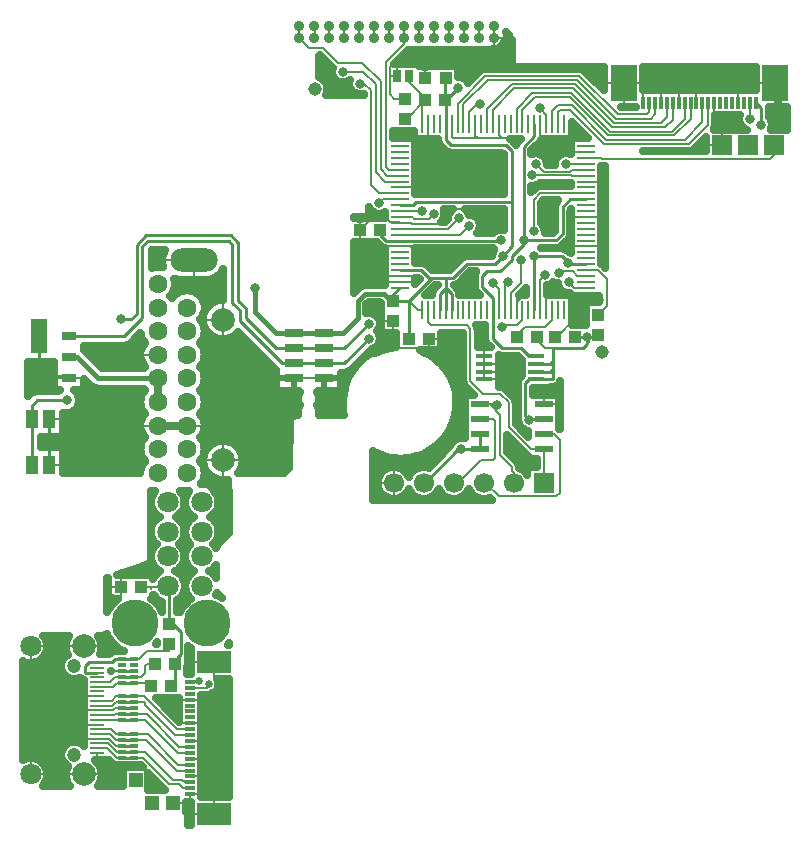
<source format=gtl>
G04 DipTrace 3.3.1.1*
G04 Top.gtl*
%MOIN*%
G04 #@! TF.FileFunction,Copper,L1,Top*
G04 #@! TF.Part,Single*
%AMOUTLINE0*
4,1,4,
0.016,-0.006,
-0.016,-0.006,
-0.016,0.006,
0.016,0.006,
0.016,-0.006,
0*%
G04 #@! TA.AperFunction,Conductor*
%ADD10C,0.009843*%
%ADD13C,0.0095*%
%ADD14C,0.011*%
%ADD15C,0.007*%
G04 #@! TA.AperFunction,CopperBalancing*
%ADD16C,0.025*%
G04 #@! TA.AperFunction,Conductor*
%ADD17C,0.015*%
%ADD20C,0.00984*%
%ADD21C,0.019685*%
G04 #@! TA.AperFunction,CopperBalancing*
%ADD22C,0.007008*%
%ADD23C,0.007992*%
%ADD28R,0.045X0.045*%
%ADD29R,0.065X0.065*%
%ADD30R,0.03937X0.043307*%
%ADD31R,0.043307X0.03937*%
G04 #@! TA.AperFunction,ComponentPad*
%ADD34R,0.066929X0.066929*%
%ADD35C,0.066929*%
%ADD36R,0.011801X0.043301*%
%ADD37R,0.0906X0.122*%
%ADD39R,0.112X0.075*%
%ADD40R,0.063X0.0315*%
%ADD41R,0.0295X0.011801*%
%ADD42R,0.0295X0.015699*%
G04 #@! TA.AperFunction,ComponentPad*
%ADD43C,0.07874*%
%ADD44O,0.15748X0.07874*%
%ADD45C,0.062992*%
%ADD46C,0.0709*%
%ADD47R,0.041339X0.064961*%
G04 #@! TA.AperFunction,ComponentPad*
%ADD48C,0.027559*%
%ADD49R,0.011X0.0591*%
%ADD50R,0.0591X0.011*%
%ADD51R,0.031496X0.03937*%
%ADD53R,0.0571X0.017699*%
%ADD55R,0.061X0.0236*%
%ADD56R,0.047244X0.009055*%
G04 #@! TA.AperFunction,ComponentPad*
%ADD57C,0.078699*%
%ADD58C,0.047199*%
%ADD59R,0.055118X0.11811*%
%ADD60R,0.047244X0.027559*%
G04 #@! TA.AperFunction,ComponentPad*
%ADD61C,0.035433*%
G04 #@! TA.AperFunction,ViaPad*
%ADD62C,0.0315*%
%ADD64C,0.15628*%
%ADD66C,0.045*%
%ADD68C,0.027748*%
%ADD150OUTLINE0*%
%FSLAX26Y26*%
G04*
G70*
G90*
G75*
G01*
G04 Top*
%LPD*%
X1695219Y2026084D2*
D13*
Y2151084D1*
X1772383Y2228248D1*
X1819289D1*
X1843903D1*
X1890882Y2275227D1*
X1982184D1*
X2039927Y2332970D1*
Y2482333D1*
Y2651576D1*
X2020772Y2670731D1*
X1835925D1*
X1819017Y2687639D1*
Y2742332D1*
X1819289Y2228248D2*
Y2195552D1*
X1799316Y2175580D1*
Y2120232D1*
X1819289Y2195552D2*
X1838717Y2176125D1*
Y2120232D1*
X1819289Y2195552D2*
Y2120504D1*
X1819017Y2120232D1*
X1644707Y2152492D2*
Y2151084D1*
X1695219D1*
X1772383Y2228248D2*
X1762949D1*
X1737064Y2254133D1*
X1665517D1*
X2010465Y2302668D2*
X1982184Y2275227D1*
X1819017Y2742332D2*
D14*
Y2818930D1*
X1817608Y2820340D1*
Y2894406D1*
X1818444Y2895241D1*
X1817608Y2820340D2*
X1819387D1*
X1861535Y2862488D1*
X2113058Y2300573D2*
Y2156541D1*
X2114316Y2155282D1*
Y2120232D1*
X2113058Y2300573D2*
X2206921D1*
X2226764Y2280731D1*
Y2274453D1*
X2232423D1*
X2251848D1*
X2252467Y2273833D1*
X2287517D1*
X2326469Y2038584D2*
Y2032335D1*
X2251469D1*
X2124648D2*
D15*
Y2021652D1*
X2151467Y1994833D1*
X2276469D1*
X2295219Y2013584D1*
Y2032335D1*
X2251469D1*
X2287517Y2510030D2*
X2134020D1*
X2113185Y2489196D1*
Y2383059D1*
X2039927Y2482333D2*
D14*
X1720218D1*
X1708516Y2470631D1*
X1665517D1*
X1933026Y1706608D2*
Y1656608D1*
X1740316Y2120232D2*
D15*
X1726071D1*
X1695219Y2151084D1*
X1897816Y2742332D2*
Y2780909D1*
X1923469Y2806562D1*
X1934403D1*
X2153718Y2742332D2*
Y2772602D1*
X2132794Y2793526D1*
X1745218Y1544833D2*
D14*
X1748987D1*
X1860761Y1656608D1*
X1872228D1*
X1933026D1*
X1872228D2*
X1869483Y1659353D1*
Y1659403D1*
X2145627Y1756608D2*
X2099879D1*
X2097371Y1754100D1*
X2288969Y2032335D2*
X2320219D1*
X2326469Y2038584D1*
X2226764Y2278433D2*
X2206921Y2300573D1*
X2226764Y2278433D2*
X2228442D1*
X2232423Y2274453D1*
X2870218Y2738584D2*
Y2794183D1*
X2851850Y2812551D1*
X2826469Y2669833D2*
D3*
X2121531Y1941623D2*
X2167877D1*
X2176469Y1950215D1*
Y1994835D1*
X2276470D1*
X2288969Y2007333D1*
Y2032335D1*
X2121531Y1916024D2*
X2168089D1*
X2176469Y1924403D1*
Y1950215D1*
X2121531Y1890522D2*
X2176469D1*
Y1924403D1*
X2121531Y1890522D2*
X2096638D1*
X2084486Y1878370D1*
Y1766986D1*
X2097371Y1754100D1*
X1644707Y2152492D2*
Y2174223D1*
X1665517Y2195033D1*
X859159Y1814432D2*
D16*
Y1893172D1*
D17*
X660349D1*
X589581Y1963940D1*
X562860D1*
X1182719Y2194833D2*
Y2113583D1*
X1252602Y2043700D1*
X1312451Y2044833D1*
X1413887D1*
X1476469D1*
X1526469Y2094833D1*
Y2151084D1*
X1551469Y2176084D1*
X1613967D1*
X1637559Y2152492D1*
X1644707D1*
X1312451Y2043700D2*
D15*
Y2044833D1*
X1412451Y2043700D2*
X1413887Y2044833D1*
X1665517Y2411633D2*
Y2413584D1*
X1632719D1*
X1613969Y2432335D1*
X1578290D1*
X1534539Y2388584D1*
X2134017Y2742332D2*
X2134016Y2692768D1*
X1760017Y2742332D2*
X1760016Y2687496D1*
X1665517Y2332832D2*
X1698007D1*
X1665517D2*
X1698402D1*
X1716378Y2314856D1*
X1665517Y2332832D2*
X1631688D1*
X1615772Y2316916D1*
X1665517Y2234430D2*
X1611812D1*
X1609917Y2232535D1*
X1665517Y2214734D2*
X1609529D1*
X1608730Y2213934D1*
X1948332Y1890522D2*
Y1916024D1*
Y1967223D2*
Y1941623D1*
Y1916024D1*
X2054127Y2687866D2*
X2040395D1*
X2034264Y2693997D1*
X2005406D1*
X1996218Y2703185D1*
Y2742332D1*
X2005406Y2693997D2*
X1925079D1*
X1917417Y2701659D1*
Y2742332D1*
X1925079Y2693997D2*
X1841837D1*
X1838717Y2697118D1*
Y2742332D1*
X2055217Y2120232D2*
Y2148581D1*
X2082719Y2176084D1*
X2153718Y2120232D2*
Y2162636D1*
X2161753Y2170672D1*
X2177341D1*
X2191526Y2184857D1*
X2477850Y2812551D2*
Y2859656D1*
X2491097Y2872903D1*
X1681951Y2825646D2*
D3*
X2195218Y1857335D2*
X2126470D1*
X2113969Y1844833D1*
X2184539Y2032335D2*
X2188969D1*
X2260476Y2103843D1*
Y2151328D1*
X1751469Y2932335D2*
Y2938584D1*
X1638969D1*
X1632718Y2932333D1*
Y2840829D1*
X1647902Y2825646D1*
X1681951D1*
X1665517Y2411633D2*
X1703421D1*
X1707719Y2407335D1*
X1795219D1*
X1845219Y2457335D1*
X1987150D1*
X2006509Y2437975D1*
X1632719Y2007335D2*
X1645220Y1994833D1*
X1813969D1*
X1632718Y2840829D2*
Y2902697D1*
X1656105D1*
X1657718Y2901084D1*
X497091Y1605307D2*
D10*
Y1756882D1*
X464434Y2032837D2*
Y1920339D1*
X483185Y1901588D1*
X562860D1*
Y1895042D1*
X957584Y1735692D2*
D16*
X859159D1*
X1980213Y3029252D2*
D15*
Y3068622D1*
X778976Y918773D2*
D20*
X740777D1*
X778976Y793774D2*
X740777D1*
D15*
X718377D1*
X711289Y786686D1*
X657647D1*
X778976Y668773D2*
D20*
X740777D1*
D15*
X720825D1*
X697400Y692198D1*
X657647D1*
X740777Y918773D2*
X705877D1*
X703976Y916873D1*
X657647Y644954D2*
Y625702D1*
X685226Y598123D1*
Y572867D1*
X612366D1*
X657647Y739442D2*
X529343D1*
X501912Y766873D1*
Y785622D1*
X657647Y692198D2*
X532836D1*
X501912Y723122D1*
X1312452Y1893701D2*
X1412452D1*
D21*
X1462452D1*
X1481201Y1912450D1*
X1412452Y1893701D2*
Y1849951D1*
X1312452Y1893701D2*
Y1887451D1*
Y1893701D2*
Y1837451D1*
Y1893701D2*
X1249949D1*
X1243701Y1899950D1*
X2287517Y2569133D2*
D15*
X2239671D1*
X2238970Y2569833D1*
X2107719D1*
X440004Y1605307D2*
D10*
Y1756882D1*
Y1802157D1*
X457450Y1819604D1*
X555776D1*
X440004Y1605307D2*
Y1603887D1*
X437487Y1601370D1*
X436067D1*
X440004Y1756882D2*
X436067Y1760819D1*
X735110Y2090123D2*
X771720D1*
X789434Y2107837D1*
Y2339088D1*
X820684Y2370337D1*
X1101934D1*
X1126934Y2345337D1*
Y2151588D1*
X1151934Y2126588D1*
Y2094369D1*
X1252603Y1993700D1*
X1317624D1*
X1408931D1*
X1481585D1*
X1563969Y2076084D1*
X1412453Y1993700D2*
D15*
X1408931D1*
X1312453D2*
X1317624D1*
X2287517Y2588734D2*
X2239118D1*
X2232719Y2582335D1*
X2145218D1*
X2120218Y2607335D1*
X562860Y2032837D2*
D10*
X745682D1*
X808182Y2095337D1*
Y2332836D1*
X826933Y2351587D1*
X1095685D1*
X1108184Y2339088D1*
Y2145337D1*
X1133184Y2120337D1*
Y2085467D1*
X1274951Y1943700D1*
X1315857D1*
X1406965D1*
X1481585D1*
X1563969Y2026084D1*
X1412453Y1943700D2*
D15*
X1406965D1*
X1312453D2*
X1315857D1*
X2007718Y2063584D2*
Y2069833D1*
X2057718D1*
X2074916Y2087033D1*
Y2120232D1*
X1630213Y3029252D2*
Y3068622D1*
X2035617Y2120232D2*
Y2176457D1*
X2070218Y2211058D1*
Y2288584D1*
X1930213Y3029252D2*
Y3068622D1*
X2015917Y2120232D2*
Y2205524D1*
X2026277Y2215882D1*
X1880213Y3029252D2*
Y3068622D1*
X1996218Y2120232D2*
Y2191526D1*
X1975728Y2212016D1*
X1830213Y3029252D2*
Y3068622D1*
X740777Y958173D2*
D20*
X718181D1*
X708131Y948123D1*
X628976D1*
X616476Y935623D1*
Y912671D1*
X657647D1*
X778976Y958173D2*
X740777D1*
X778976D2*
D15*
X795276D1*
X822726Y985623D1*
X897727D1*
Y1006193D1*
X1601469Y2388584D2*
D14*
Y2372257D1*
X1621193Y2352533D1*
X1665517D1*
X2002295D1*
Y2353165D1*
X2079251Y2352980D2*
Y2341366D1*
X2038969Y2301084D1*
Y2288584D1*
X2001469Y2251084D1*
X1957461D1*
X1941088Y2234710D1*
Y2197626D1*
X1976517Y2162197D1*
Y2120232D1*
X2079251Y2352980D2*
X2188098D1*
X2208957Y2373839D1*
Y2464822D1*
X2234467Y2490332D1*
X2287517D1*
X2079251Y2352980D2*
Y2665018D1*
X2114316Y2700084D1*
Y2742332D1*
X2121531Y1967223D2*
X2096909D1*
X2070168Y1993965D1*
X2007682D1*
X1976517Y2025130D1*
Y2120232D1*
X1681951Y2758717D2*
D15*
X1689054D1*
X1750678Y2820340D1*
X1740315Y2742332D2*
Y2809978D1*
X1750678Y2820340D1*
Y2827379D1*
X1689682Y2888375D1*
Y2901084D1*
X1695217D1*
X2134016Y2120232D2*
Y2221622D1*
X2150697Y2238302D1*
X2045218Y1544833D2*
Y1577280D1*
X2039576Y1582921D1*
Y1598245D1*
X1999829Y1637992D1*
Y1772558D1*
X1965780Y1806608D1*
X1933026D1*
X1988261D1*
X1990778Y1804091D1*
X2287517Y2234430D2*
X2257948D1*
X2242664Y2249714D1*
X2196669D1*
Y2245343D1*
X1845218Y1544833D2*
X1860436D1*
X1936508Y1620906D1*
X1975689D1*
X1983961Y1629177D1*
Y1750638D1*
X1977991Y1756608D1*
X1933026D1*
X2057719Y2032335D2*
Y2038584D1*
X2084097Y2064962D1*
X2151280D1*
X2173417Y2087100D1*
Y2120232D1*
X2287517Y2608430D2*
X2215336D1*
Y2609406D1*
X2219768D1*
X2832151Y2812551D2*
Y2757806D1*
X2831986Y2757639D1*
X778976Y899073D2*
D20*
X740777D1*
X657647Y881175D2*
D15*
X699526D1*
X717425Y899073D1*
X740777D1*
X849547Y941871D2*
X822723D1*
X816475Y935623D1*
Y910623D1*
X804925Y899073D1*
X778976D1*
Y879373D2*
D20*
X740777D1*
D15*
X722726D1*
X708780Y865427D1*
X657647D1*
X835227Y866874D2*
X822728Y879373D1*
X778976D1*
X2694350Y2812551D2*
Y2739190D1*
X2628801Y2673640D1*
X2346782D1*
X2232062Y2788361D1*
X2201197D1*
X2193017Y2780181D1*
Y2742332D1*
X2635251Y2812551D2*
Y2757265D1*
X2580891Y2702906D1*
X2359416D1*
X2232083Y2830239D1*
X2117178D1*
X2074916Y2787978D1*
Y2742332D1*
X2576252Y2812551D2*
Y2754726D1*
X2551463Y2729937D1*
X2372932D1*
X2243131Y2859738D1*
X2047644D1*
X1976517Y2788609D1*
Y2742332D1*
X2517152Y2812551D2*
Y2773207D1*
X2502701Y2758756D1*
X2386012D1*
X2256584Y2888184D1*
X1959676D1*
X1878117Y2806625D1*
Y2742332D1*
X2173417D2*
Y2783232D1*
X2193684Y2803499D1*
X2238547D1*
X2353663Y2688385D1*
X2615719D1*
X2674652Y2747316D1*
Y2812551D1*
X2615651D2*
Y2758585D1*
X2573154Y2716087D1*
X2366508D1*
X2237606Y2844988D1*
X2108222D1*
X2055215Y2791982D1*
Y2742332D1*
X778976Y833175D2*
D20*
X740777D1*
X657647Y818182D2*
D15*
X705286D1*
X720278Y833175D1*
X740777D1*
X966877Y723867D2*
X921980D1*
X812673Y833175D1*
X778976D1*
Y813474D2*
D20*
X740777D1*
X657647Y802434D2*
D15*
X708289D1*
X719328Y813474D1*
X740777D1*
X966877Y704182D2*
X916667D1*
X816475Y804374D1*
Y810622D1*
X813623Y813474D1*
X778976D1*
X966877Y861663D2*
X961266D1*
X960227Y860623D1*
X1022728D1*
X1028976Y866871D1*
Y873123D1*
X2913967Y2669833D2*
Y2638584D1*
X2901469Y2626084D1*
X2338967D1*
X2336921Y2628131D1*
X2287517D1*
X778976Y774075D2*
D20*
X740777D1*
D15*
X717429D1*
X714293Y770938D1*
X657647D1*
X966877Y664812D2*
X931037D1*
X821774Y774075D1*
X778976D1*
X2287517Y2195033D2*
X2247188D1*
X2228860Y2213361D1*
X1945218Y1544833D2*
X1950762D1*
X1995520Y1500076D1*
X2188028D1*
X2200000Y1512049D1*
Y1686839D1*
X2180231Y1706608D1*
X2145627D1*
X1665517Y2372231D2*
X1867491D1*
X1897448Y2402188D1*
X1780211Y3029252D2*
Y3068622D1*
X1665517Y2391932D2*
X1827896D1*
X1862722Y2426757D1*
X1730213Y3029252D2*
Y3068622D1*
X1665517Y2431333D2*
X1709801D1*
X1715050Y2426084D1*
X1762042D1*
X1778717Y2442759D1*
X1580213Y3029252D2*
Y3068622D1*
X1665517Y2451030D2*
X1738969D1*
Y2451084D1*
X1530213Y3029252D2*
Y3068622D1*
X1665517Y2490332D2*
X1610358D1*
X1597474Y2477448D1*
X1480211Y3029252D2*
Y3068622D1*
X1532719Y2876084D2*
X1546917D1*
X1568954Y2854047D1*
Y2537988D1*
X1596912Y2510030D1*
X1665517D1*
X1430213Y3029252D2*
Y3068622D1*
X1665517Y2549432D2*
X1617793D1*
X1586454Y2580770D1*
Y2872919D1*
X1543913Y2915459D1*
X1475381D1*
X1382719Y3032335D2*
Y3066115D1*
X1380213Y3068622D1*
X1665517Y2569133D2*
X1623638D1*
X1602285Y2590486D1*
Y2883352D1*
X1540803Y2944833D1*
X1460224D1*
X1410224Y2994833D1*
X1364098D1*
X1330213Y3028719D1*
Y3029252D1*
Y3068622D1*
X778976Y754374D2*
D20*
X740777D1*
D15*
Y755112D1*
X740698Y755190D1*
X657647D1*
X966877Y645127D2*
X925722D1*
X816475Y754374D1*
X778976D1*
X2145627Y1656608D2*
Y1544833D1*
X2145218D1*
X2145627Y1656608D2*
X2103559D1*
X2028501Y1731667D1*
Y1813946D1*
X2000203Y1842244D1*
X1943609D1*
X1901469Y1884385D1*
Y2057333D1*
X1888969Y2069833D1*
X1770219D1*
X1760016Y2080035D1*
Y2120232D1*
X778976Y708173D2*
D20*
X740777D1*
D15*
X718925D1*
X703404Y723694D1*
X657647D1*
X966877Y605757D2*
X927591D1*
X825175Y708173D1*
X778976D1*
Y688472D2*
D20*
X740777D1*
D15*
X719877D1*
X700403Y707946D1*
X657647D1*
X966877Y586072D2*
X922276D1*
X819875Y688472D1*
X778976D1*
X966877Y881348D2*
X997727D1*
Y885623D1*
X1665517Y2588734D2*
X1628861D1*
X1619554Y2598041D1*
Y2947727D1*
X1680213Y3008386D1*
Y3029252D1*
Y3068622D1*
X778976Y649073D2*
D20*
X740777D1*
D15*
X721776D1*
X694399Y676450D1*
X657647D1*
X966877Y546702D2*
X949146D1*
X941476Y554371D1*
X910228D1*
X815526Y649073D1*
X778976D1*
Y629373D2*
D20*
X740777D1*
D15*
X722727D1*
X691398Y660702D1*
X657647D1*
X966877Y527017D2*
X943831D1*
X928976Y541871D1*
X897693D1*
X810192Y629373D1*
X778976D1*
X916476Y941871D2*
D10*
X922724D1*
Y960623D1*
X935224Y973123D1*
Y1048123D1*
X910226Y1073122D1*
X897727D1*
X802156Y1198123D2*
D15*
X835227D1*
Y1191871D1*
X802156Y1198123D2*
X891276D1*
X893608Y1200455D1*
X897727Y1073122D2*
D10*
Y1196336D1*
X893608Y1200455D1*
X902156Y866874D2*
X916476D1*
Y941871D1*
X1858419Y2742332D2*
D15*
Y2809051D1*
X1951247Y2901879D1*
X2264681D1*
X2392836Y2773724D1*
X2488627D1*
X2497451Y2782549D1*
Y2812551D1*
X2556551D2*
Y2764270D1*
X2536293Y2744012D1*
X2379671D1*
X2249723Y2873961D1*
X2039217D1*
X1956816Y2791559D1*
Y2742332D1*
X2287517Y2254133D2*
X2325098D1*
X2355403Y2223828D1*
Y2134448D1*
X2326469Y2105513D1*
D62*
X2002295Y2353165D3*
X1563969Y2026084D3*
Y2076084D3*
X2006509Y2437975D3*
X2007719Y2513584D3*
X2826469Y2669833D3*
X1990778Y1804091D3*
X1475381Y2915459D3*
D64*
X782262Y1076510D3*
X1024881Y1076249D3*
D62*
X1532719Y2876084D3*
D16*
X703976Y916873D3*
X1028976Y873123D3*
D62*
X1597474Y2477448D3*
X2010465Y2302668D3*
X2079251Y2352980D3*
X2113185Y2383059D3*
X2207718Y2538584D3*
X2219768Y2609406D3*
X2120218Y2651084D3*
X1738969Y2451084D3*
X2219615Y2679986D3*
X2275766Y2705715D3*
X2249003Y2734339D3*
X2831986Y2757639D3*
X1857719Y1919833D3*
X2220190Y2341265D3*
X2738969Y2907333D3*
X1869483Y1659403D3*
X2288969Y2032335D3*
X2226764Y2278433D3*
X2926467Y2807335D3*
X2097371Y1754100D3*
X2813969Y2907335D3*
X2033248Y1882602D3*
X2260476Y2151328D3*
X2113969Y1844833D3*
X2328480Y2154269D3*
X2870218Y2738584D3*
X1778717Y2442759D3*
D16*
X997727Y885623D3*
D62*
X1862722Y2426757D3*
X1857719Y1869835D3*
X1897448Y2402188D3*
X841475Y479374D3*
X785226Y554374D3*
X1857718Y1819833D3*
X1857719Y1769833D3*
X2007081Y2587605D3*
X2054127Y2687866D3*
X2132794Y2793526D3*
X445661Y666873D3*
X2007718Y2063584D3*
X1975728Y2212016D3*
X1934403Y2806562D3*
X445661Y723122D3*
X1861535Y2862488D3*
X1786778Y2689143D3*
X2228860Y2213361D3*
X2191526Y2184857D3*
X2196669Y2245343D3*
X2150697Y2238302D3*
X2082719Y2176084D3*
X2113058Y2300573D3*
X1609299Y2291993D3*
X1563969Y2276084D3*
X1532719Y2426084D3*
X1798043Y2510857D3*
X1796997Y2601810D3*
X1723954Y2219959D3*
X1677547Y2713938D3*
X2115671Y1618319D3*
X2325638Y2900773D3*
X445661Y785622D3*
X1457718Y2851084D3*
X1737972Y2582755D3*
X2026277Y2215882D3*
X2070218Y2288584D3*
X445661Y848122D3*
X1532940Y2316073D3*
X445661Y904374D3*
X501911Y666873D3*
D66*
X2338969Y1982335D3*
D62*
X1595218Y2226084D3*
X1632719Y2007335D3*
X1813969Y2294835D3*
X1895701Y2203860D3*
X1813969Y1994833D3*
X1890656Y1847703D3*
D66*
X1382719Y2857335D3*
D62*
X1938969Y2007335D3*
X501912Y723122D3*
Y785622D3*
X2195218Y1857335D3*
X2676469Y2669835D3*
X1588969Y1632333D3*
X1751469Y2932335D3*
X1732719Y2294835D3*
X2182719Y2482335D3*
X1770218Y2176084D3*
X1426469Y2882335D3*
X2720217Y2763584D3*
X1776469Y1638584D3*
X2663969Y2907335D3*
X2588969D3*
X2520219D3*
X1895218Y2319833D3*
X501912Y848122D3*
Y904374D3*
X1695218Y1601084D3*
X2107719Y2569833D3*
X2120218Y2607335D3*
X1563969Y2126084D3*
X735226Y566874D3*
X1060226Y548123D3*
Y648123D3*
Y748122D3*
Y841871D3*
X1182719Y2194833D3*
X703976Y1160622D3*
D68*
X651934Y1995337D3*
D62*
X735110Y2090123D3*
X555776Y1819604D3*
X1998941Y2994966D2*
D16*
X2036463D1*
X1677957Y2970097D2*
X2036463D1*
X1397738Y2945228D2*
X1423812D1*
X1653089D2*
X2036463D1*
X1397738Y2920360D2*
X1437269D1*
X1862797D2*
X1933907D1*
X2282031D2*
X2344026D1*
X2480076D2*
X2849528D1*
X1404411Y2895491D2*
X1442975D1*
X1878298D2*
X1908823D1*
X2307114D2*
X2344026D1*
X2480076D2*
X2849528D1*
X1425797Y2870622D2*
X1494684D1*
X2480076D2*
X2849528D1*
X1426337Y2845753D2*
X1510904D1*
X2898378Y2796016D2*
X2955206D1*
X2898413Y2771147D2*
X2955206D1*
X2720572Y2746278D2*
X2795378D1*
X2907852D2*
X2955206D1*
X2240908Y2721409D2*
X2263000D1*
X1645769Y2696541D2*
X1712106D1*
X2240908D2*
X2287869D1*
X1717789Y2671672D2*
X1797331D1*
X2124751D2*
X2235262D1*
X2662870D2*
X2683741D1*
X1717789Y2646803D2*
X1826325D1*
X2107454D2*
X2235262D1*
X1717789Y2621934D2*
X2012457D1*
X2155575D2*
X2183552D1*
X1717789Y2597066D2*
X2012457D1*
X1717789Y2572197D2*
X2012457D1*
X1717789Y2547328D2*
X2012457D1*
X1717789Y2522459D2*
X2012457D1*
X2139391Y2472722D2*
X2182009D1*
X1816828Y2447853D2*
X1831098D1*
X1894339D2*
X2012457D1*
X2139391D2*
X2180753D1*
X1929290Y2422984D2*
X2012457D1*
X2139391D2*
X2180753D1*
X1935677Y2398115D2*
X2012457D1*
X2148327D2*
X2180753D1*
X1516478Y2348378D2*
X1586476D1*
X2222356D2*
X2235262D1*
X1516478Y2323509D2*
X1613245D1*
X1717789D2*
X1978654D1*
X2221026D2*
X2235262D1*
X1516478Y2298640D2*
X1613245D1*
X1717789D2*
X1879722D1*
X1516478Y2273772D2*
X1613245D1*
X1754965D2*
X1851625D1*
X1516478Y2248903D2*
X1613245D1*
X1902339D2*
X1917148D1*
X1516478Y2224034D2*
X1613245D1*
X1877472D2*
X1912877D1*
X1516478Y2199165D2*
X1533655D1*
X1853466D2*
X1912877D1*
X2160240D2*
X2193314D1*
X1756220Y2174297D2*
X1771853D1*
X1866169D2*
X1925546D1*
X2069490D2*
X2084836D1*
X2160240D2*
X2233181D1*
X2240908Y2149428D2*
X2329207D1*
X1556668Y2124559D2*
X1602301D1*
X2240908D2*
X2284064D1*
X2240908Y2099690D2*
X2284064D1*
X2240908Y2074822D2*
X2284064D1*
X1927675Y2049953D2*
X1948297D1*
X1602420Y2025084D2*
X1650852D1*
X1806493D2*
X1875272D1*
X1927675D2*
X1948297D1*
X1591440Y2000215D2*
X1650852D1*
X1806493D2*
X1875272D1*
X1927675D2*
X1962577D1*
X1760168Y1975346D2*
X1875272D1*
X1795478Y1950478D2*
X1875272D1*
X1999587D2*
X2070266D1*
X1818587Y1925609D2*
X1875272D1*
X1999587D2*
X2070266D1*
X1834843Y1900740D2*
X1875272D1*
X1999587D2*
X2068005D1*
X1846073Y1875871D2*
X1876850D1*
X1999587D2*
X2056272D1*
X1853287Y1851003D2*
X1898812D1*
X2027469D2*
X2056272D1*
X2112694D2*
X2198983D1*
X1856911Y1826134D2*
X1879829D1*
X1857198Y1801265D2*
X1879829D1*
X1854112Y1776396D2*
X1879829D1*
X1847474Y1751528D2*
X1879829D1*
X1836924Y1726659D2*
X1879829D1*
X1821566Y1701790D2*
X1879829D1*
X1799748Y1676921D2*
X1835584D1*
X2026033D2*
X2047228D1*
X1767058Y1652052D2*
X1817354D1*
X2026033D2*
X2072097D1*
X1578953Y1627184D2*
X1641450D1*
X1696114D2*
X1792487D1*
X2046667D2*
X2092407D1*
X1578953Y1602315D2*
X1767619D1*
X2065434D2*
X2119213D1*
X1578953Y1577446D2*
X1600076D1*
X1578953Y1527709D2*
X1591857D1*
X1578953Y1502840D2*
X1609298D1*
X1681151D2*
X1709307D1*
X1781160D2*
X1809281D1*
X1881133D2*
X1909290D1*
X2782946Y2722542D2*
X2823591Y2722675D1*
X2818224Y2724417D1*
X2813197Y2726979D1*
X2808633Y2730295D1*
X2804642Y2734286D1*
X2801325Y2738850D1*
X2798764Y2743878D1*
X2797021Y2749244D1*
X2796138Y2754818D1*
Y2760461D1*
X2797021Y2766034D1*
X2798462Y2770583D1*
X2759861Y2770692D1*
X2718063D1*
X2717986Y2737331D1*
X2716899Y2731864D1*
X2714566Y2726803D1*
X2712374Y2723787D1*
X2711982Y2722542D1*
X2782946D1*
X1653361Y2043701D2*
X1604814D1*
Y2146047D1*
X1595596Y2148375D1*
X1562978D1*
X1554188Y2139617D1*
X1554177Y2110714D1*
X1561147Y2111932D1*
X1566790D1*
X1572364Y2111049D1*
X1577728Y2109306D1*
X1582757Y2106744D1*
X1587322Y2103428D1*
X1591312Y2099437D1*
X1594629Y2094873D1*
X1597190Y2089845D1*
X1598933Y2084479D1*
X1599816Y2078906D1*
Y2073262D1*
X1598933Y2067689D1*
X1597190Y2062323D1*
X1594629Y2057295D1*
X1591312Y2052731D1*
X1589807Y2051102D1*
X1593059Y2047220D1*
X1596008Y2042409D1*
X1598167Y2037196D1*
X1599484Y2031709D1*
X1599927Y2026084D1*
X1599484Y2020459D1*
X1598167Y2014972D1*
X1596008Y2009759D1*
X1593059Y2004948D1*
X1589395Y2000657D1*
X1585105Y1996993D1*
X1580294Y1994045D1*
X1575079Y1991886D1*
X1572807Y1991173D1*
X1574626Y1988866D1*
X1575857Y1986197D1*
X1576430Y1983315D1*
X1576469Y1982331D1*
X1584496Y1977772D1*
X1601261Y1985266D1*
X1618685Y1991073D1*
X1636594Y1995135D1*
X1653356Y1997266D1*
X1653357Y2043713D1*
X1568793Y2428478D2*
X1615765D1*
X1615759Y2446496D1*
X1611235Y2444226D1*
X1605869Y2442483D1*
X1600295Y2441600D1*
X1594652D1*
X1589079Y2442483D1*
X1583713Y2444226D1*
X1578685Y2446787D1*
X1574121Y2450104D1*
X1570130Y2454094D1*
X1566812Y2458659D1*
X1563966Y2464463D1*
X1563815Y2442879D1*
X1563017Y2440051D1*
X1561581Y2437487D1*
X1559587Y2435329D1*
X1557143Y2433697D1*
X1554387Y2432680D1*
X1551465Y2432335D1*
X1513970D1*
X1514724Y2428478D1*
X1568793D1*
X1588680Y2348690D2*
X1513970D1*
X1513969Y2177748D1*
X1533472Y2197154D1*
X1536991Y2199710D1*
X1540865Y2201684D1*
X1545000Y2203028D1*
X1549294Y2203707D1*
X1613976Y2203793D1*
X1615759Y2206070D1*
Y2327390D1*
X1611353Y2328781D1*
X1607759Y2330613D1*
X1604496Y2332984D1*
X1588678Y2348690D1*
X1731176Y2935135D2*
X1860306D1*
Y2898425D1*
X1867160Y2898004D1*
X1872647Y2896686D1*
X1877861Y2894528D1*
X1882672Y2891579D1*
X1886962Y2887915D1*
X1890626Y2883625D1*
X1893912Y2878081D1*
X1935849Y2919908D1*
X1940483Y2923004D1*
X1945713Y2924933D1*
X1951247Y2925588D1*
X2266541Y2925514D1*
X2272008Y2924428D1*
X2277070Y2922094D1*
X2281446Y2918644D1*
X2346530Y2853560D1*
X2346545Y2932340D1*
X2049513Y2932488D1*
X2046685Y2933285D1*
X2044121Y2934722D1*
X2041963Y2936715D1*
X2040331Y2939159D1*
X2039314Y2941916D1*
X2038969Y2944837D1*
Y3019867D1*
X2016983Y3019833D1*
X2014589Y3013235D1*
X2011908Y3008425D1*
X2008558Y3004055D1*
X2004610Y3000215D1*
X2000147Y2996988D1*
X1995265Y2994442D1*
X1990064Y2992629D1*
X1984657Y2991588D1*
X1979156Y2991341D1*
X1977228Y2991446D1*
X1977227Y2987827D1*
X1693203D1*
X1646356Y2941000D1*
X1731172Y2940978D1*
Y2935129D1*
X2238421Y2072228D2*
X2286577D1*
X2286575Y2147375D1*
X2331681D1*
X2331694Y2169291D1*
X2238446Y2169324D1*
X2232940Y2169991D1*
X2237761D1*
X2236424Y2173908D1*
X2231785Y2177009D1*
X2223234Y2177845D1*
X2217748Y2179163D1*
X2212534Y2181322D1*
X2207723Y2184270D1*
X2203433Y2187934D1*
X2199769Y2192224D1*
X2196820Y2197035D1*
X2194661Y2202249D1*
X2193344Y2207736D1*
X2193127Y2209564D1*
X2188274Y2210378D1*
X2182909Y2212121D1*
X2177836Y2214714D1*
X2174050Y2210958D1*
X2169486Y2207642D1*
X2164458Y2205080D1*
X2159092Y2203337D1*
X2157718Y2203063D1*
X2157726Y2169984D1*
X2218726Y2169955D1*
X2232940Y2169991D1*
X2238425Y2169308D1*
Y2072238D1*
X1804010Y2046119D2*
Y1986190D1*
X1733871D1*
X1744416Y1981882D1*
X1760811Y1973602D1*
X1776310Y1963749D1*
X1790761Y1952417D1*
X1804028Y1939717D1*
X1815978Y1925770D1*
X1826495Y1910717D1*
X1835479Y1894698D1*
X1842841Y1877873D1*
X1848510Y1860404D1*
X1852432Y1842463D1*
X1854566Y1824222D1*
X1854986Y1811728D1*
X1854080Y1793386D1*
X1851371Y1775220D1*
X1846887Y1757412D1*
X1840671Y1740131D1*
X1832782Y1723546D1*
X1823298Y1707819D1*
X1812308Y1693104D1*
X1799927Y1679541D1*
X1786268Y1667265D1*
X1771465Y1656394D1*
X1755664Y1647034D1*
X1739018Y1639276D1*
X1721689Y1633196D1*
X1703844Y1628852D1*
X1685659Y1626286D1*
X1667310Y1625525D1*
X1648974Y1626576D1*
X1630832Y1629427D1*
X1613058Y1634051D1*
X1595827Y1640404D1*
X1579304Y1648424D1*
X1576482Y1650063D1*
X1576469Y1488604D1*
X1973514Y1488584D1*
X1966500Y1495567D1*
X1961803Y1493787D1*
X1953614Y1491822D1*
X1945218Y1491160D1*
X1936822Y1491822D1*
X1928633Y1493787D1*
X1920850Y1497010D1*
X1913669Y1501411D1*
X1907264Y1506881D1*
X1901795Y1513285D1*
X1897395Y1520466D1*
X1895238Y1525360D1*
X1893041Y1520466D1*
X1888640Y1513285D1*
X1883171Y1506881D1*
X1876766Y1501411D1*
X1869585Y1497010D1*
X1861803Y1493787D1*
X1853614Y1491822D1*
X1845218Y1491160D1*
X1836822Y1491822D1*
X1828633Y1493787D1*
X1820850Y1497010D1*
X1813669Y1501411D1*
X1807265Y1506881D1*
X1801795Y1513285D1*
X1797395Y1520466D1*
X1795238Y1525360D1*
X1793041Y1520466D1*
X1788640Y1513285D1*
X1783171Y1506881D1*
X1776766Y1501411D1*
X1769585Y1497010D1*
X1761803Y1493787D1*
X1753614Y1491822D1*
X1745218Y1491160D1*
X1736822Y1491822D1*
X1728633Y1493787D1*
X1720850Y1497010D1*
X1713669Y1501411D1*
X1707265Y1506881D1*
X1701795Y1513285D1*
X1697395Y1520466D1*
X1695238Y1525360D1*
X1691970Y1518470D1*
X1687934Y1512335D1*
X1683098Y1506808D1*
X1677554Y1501993D1*
X1671403Y1497982D1*
X1664762Y1494845D1*
X1657757Y1492646D1*
X1650516Y1491423D1*
X1643176Y1491199D1*
X1635874Y1491979D1*
X1628748Y1493749D1*
X1621929Y1496476D1*
X1615547Y1500108D1*
X1609719Y1504576D1*
X1604556Y1509798D1*
X1600155Y1515676D1*
X1596597Y1522100D1*
X1593949Y1528949D1*
X1592261Y1536096D1*
X1591563Y1543406D1*
X1591871Y1550743D1*
X1593177Y1557969D1*
X1595455Y1564949D1*
X1598668Y1571554D1*
X1602751Y1577657D1*
X1607629Y1583146D1*
X1613210Y1587919D1*
X1619391Y1591885D1*
X1626055Y1594969D1*
X1633077Y1597115D1*
X1640327Y1598283D1*
X1647668Y1598450D1*
X1654965Y1597614D1*
X1662077Y1595790D1*
X1668875Y1593012D1*
X1675230Y1589332D1*
X1681022Y1584819D1*
X1686146Y1579558D1*
X1690501Y1573646D1*
X1694009Y1567196D1*
X1695217Y1564332D1*
X1697395Y1569201D1*
X1701795Y1576382D1*
X1707265Y1582786D1*
X1713669Y1588256D1*
X1720850Y1592656D1*
X1728633Y1595879D1*
X1736822Y1597845D1*
X1745218Y1598507D1*
X1753614Y1597845D1*
X1761803Y1595879D1*
X1763287Y1595491D1*
X1834209Y1666411D1*
X1836261Y1673164D1*
X1838823Y1678192D1*
X1842139Y1682756D1*
X1846130Y1686747D1*
X1850694Y1690063D1*
X1855722Y1692625D1*
X1861088Y1694367D1*
X1866661Y1695251D1*
X1872304D1*
X1877878Y1694367D1*
X1882323Y1692965D1*
X1882318Y1838615D1*
X1913717D1*
X1883440Y1868987D1*
X1880344Y1873621D1*
X1878415Y1878850D1*
X1877760Y1884392D1*
Y2046114D1*
X1804030Y2046125D1*
X1714633Y2716854D2*
X1643264D1*
X1643318Y2693239D1*
X1714588D1*
X1720093Y2692573D1*
X1715270D1*
X1715276Y2582722D1*
X1715240Y2523723D1*
X1715276Y2507563D1*
X1720226Y2508042D1*
X2014934D1*
X2014967Y2641264D1*
X2002399Y2645772D1*
X1833967Y2645849D1*
X1830098Y2646462D1*
X1826374Y2647672D1*
X1822885Y2649450D1*
X1819715Y2651752D1*
X1800038Y2671429D1*
X1797736Y2674598D1*
X1795958Y2678088D1*
X1794748Y2681812D1*
X1794135Y2685681D1*
X1794058Y2692555D1*
X1753909Y2692609D1*
X1720093Y2692573D1*
X1714608Y2693255D1*
Y2716867D1*
X2100731Y1598507D2*
X2121723D1*
X2121802Y1624618D1*
X2094919Y1624598D1*
Y1634539D1*
X2091172Y1636392D1*
X2086795Y1639843D1*
X2023538Y1703100D1*
Y1647789D1*
X2057605Y1613643D1*
X2060701Y1609009D1*
X2062630Y1603780D1*
X2063285Y1598245D1*
Y1595385D1*
X2069585Y1592656D1*
X2076766Y1588256D1*
X2083171Y1582786D1*
X2088640Y1576382D1*
X2091537Y1571886D1*
X2091545Y1598507D1*
X2100731D1*
X2768479Y2854409D2*
X2852049D1*
X2852043Y2932340D1*
X2477566Y2932333D1*
X2477562Y2854406D1*
X2768479Y2854409D1*
X2957719Y2798241D2*
X2895609Y2798206D1*
X2895927Y2794176D1*
Y2763718D1*
X2899308Y2759720D1*
X2902257Y2754909D1*
X2904416Y2749696D1*
X2905734Y2744209D1*
X2906176Y2738584D1*
X2905734Y2732959D1*
X2904416Y2727472D1*
X2902391Y2722550D1*
X2957753Y2722542D1*
X2957719Y2798274D1*
X2451747Y2798241D2*
X2401853D1*
X2411209Y2797433D1*
X2451722D1*
X2686260Y2649786D2*
Y2697570D1*
X2644198Y2655612D1*
X2639564Y2652516D1*
X2634335Y2650587D1*
X2628801Y2649932D1*
X2476764Y2649793D1*
X2686291D1*
X1981444Y2323885D2*
X1977217Y2327417D1*
X1715240Y2326824D1*
X1715276Y2279084D1*
X1739022Y2279014D1*
X1742891Y2278402D1*
X1746615Y2277192D1*
X1750105Y2275413D1*
X1753274Y2273112D1*
X1773312Y2253182D1*
X1833534Y2253207D1*
X1874672Y2294206D1*
X1877841Y2296508D1*
X1881331Y2298286D1*
X1885054Y2299496D1*
X1888924Y2300109D1*
X1971871Y2300186D1*
X1974617Y2305490D1*
X1975500Y2311063D1*
X1977243Y2316429D1*
X1979804Y2321457D1*
X1981434Y2323882D1*
X1977119Y2378824D2*
X1981159Y2382256D1*
X1985970Y2385205D1*
X1991184Y2387364D1*
X1996671Y2388681D1*
X2002295Y2389123D1*
X2007920Y2388681D1*
X2013407Y2387364D1*
X2014970Y2386787D1*
X2014967Y2456591D1*
X1882718Y2456625D1*
X1886075Y2454101D1*
X1890066Y2450110D1*
X1893381Y2445546D1*
X1895944Y2440518D1*
X1896818Y2438148D1*
X1903072Y2437703D1*
X1908559Y2436386D1*
X1913773Y2434227D1*
X1918584Y2431278D1*
X1922874Y2427614D1*
X1926538Y2423324D1*
X1929487Y2418513D1*
X1931646Y2413299D1*
X1932963Y2407812D1*
X1933406Y2402188D1*
X1932963Y2396563D1*
X1931646Y2391076D1*
X1929487Y2385862D1*
X1926538Y2381051D1*
X1924693Y2378730D1*
X1977122Y2378827D1*
X1498887Y2888259D2*
X1494169Y2884799D1*
X1489142Y2882238D1*
X1483776Y2880495D1*
X1478202Y2879612D1*
X1472559D1*
X1466986Y2880495D1*
X1461619Y2882238D1*
X1456591Y2884799D1*
X1452028Y2888115D1*
X1448037Y2892106D1*
X1444720Y2896671D1*
X1442159Y2901698D1*
X1440416Y2907064D1*
X1439533Y2912638D1*
Y2918281D1*
X1440416Y2923854D1*
X1442210Y2929331D1*
X1400402Y2971127D1*
X1395219Y2968030D1*
Y2898164D1*
X1402109Y2895388D1*
X1407823Y2891887D1*
X1412919Y2887534D1*
X1417272Y2882438D1*
X1420773Y2876724D1*
X1423336Y2870533D1*
X1424902Y2864016D1*
X1425428Y2857335D1*
X1424902Y2850654D1*
X1423336Y2844136D1*
X1421063Y2838576D1*
X1545239Y2838584D1*
X1545245Y2842394D1*
X1541114Y2841119D1*
X1535541Y2840236D1*
X1529898D1*
X1524324Y2841119D1*
X1518958Y2842862D1*
X1513930Y2845424D1*
X1509366Y2848740D1*
X1505375Y2852731D1*
X1502059Y2857295D1*
X1499497Y2862323D1*
X1497755Y2867689D1*
X1496871Y2873262D1*
Y2878906D1*
X1497755Y2884479D1*
X1498920Y2888282D1*
X2149033Y2380238D2*
X2148850Y2378693D1*
X2177466Y2378689D1*
X2183241Y2384480D1*
X2183327Y2466839D1*
X2183958Y2470823D1*
X2185205Y2474660D1*
X2187037Y2478255D1*
X2189408Y2481518D1*
X2194102Y2486324D1*
X2143873Y2486322D1*
X2136904Y2479386D1*
X2136894Y2410071D1*
X2140529Y2406412D1*
X2143845Y2401848D1*
X2146407Y2396820D1*
X2148148Y2391454D1*
X2149033Y2385881D1*
Y2380238D1*
X2229573Y2314281D2*
X2235159Y2313398D1*
X2237759Y2312665D1*
X2237794Y2417640D1*
X2237765Y2457042D1*
X2234665Y2446449D1*
X2234587Y2371822D1*
X2233955Y2367837D1*
X2232709Y2364000D1*
X2230877Y2360406D1*
X2228505Y2357142D1*
X2204795Y2333432D1*
X2201530Y2331060D1*
X2197937Y2329228D1*
X2194100Y2327982D1*
X2190115Y2327350D1*
X2137178Y2327272D1*
X2140617Y2326282D1*
X2208938Y2326203D1*
X2212923Y2325572D1*
X2216760Y2324325D1*
X2220354Y2322493D1*
X2223618Y2320122D1*
X2229592Y2314261D1*
X2094913Y1718238D2*
X2088976Y1719135D1*
X2083609Y1720878D1*
X2078583Y1723440D1*
X2074018Y1726756D1*
X2070028Y1730747D1*
X2066711Y1735311D1*
X2064150Y1740339D1*
X2062407Y1745705D1*
X2061524Y1751278D1*
X2061469Y1755521D1*
X2059487Y1760984D1*
X2058856Y1764969D1*
X2058777Y1878370D1*
X2059093Y1882392D1*
X2060035Y1886315D1*
X2061579Y1890042D1*
X2063686Y1893482D1*
X2068738Y1898979D1*
X2072772Y1903014D1*
X2072773Y1954995D1*
X2059522Y1968252D1*
X2005665Y1968335D1*
X2001681Y1968966D1*
X1997837Y1970217D1*
X1997091Y1968844D1*
Y1865948D1*
X2003912Y1865661D1*
X2009277Y1864148D1*
X2014139Y1861425D1*
X2016972Y1859004D1*
X2046530Y1829344D1*
X2049626Y1824710D1*
X2051555Y1819480D1*
X2052210Y1813938D1*
Y1741496D1*
X2094923Y1698774D1*
X2094919Y1718198D1*
X1814564Y2439937D2*
X1813681Y2434364D1*
X1811938Y2428997D1*
X1809377Y2423970D1*
X1806060Y2419406D1*
X1802322Y2415647D1*
X1818060Y2415640D1*
X1826839Y2424403D1*
X1826874Y2429579D1*
X1827757Y2435152D1*
X1829500Y2440518D1*
X1832062Y2445546D1*
X1835378Y2450110D1*
X1839369Y2454101D1*
X1842751Y2456626D1*
X1811938Y2456520D1*
X1813681Y2451154D1*
X1814564Y2445580D1*
Y2439937D1*
X2134740Y2546131D2*
X2131072Y2542490D1*
X2126508Y2539173D1*
X2121480Y2536612D1*
X2116114Y2534869D1*
X2110541Y2533986D1*
X2104953Y2533983D1*
X2104959Y2514484D1*
X2118621Y2528059D1*
X2123256Y2531155D1*
X2128486Y2533084D1*
X2134028Y2533739D1*
X2237761D1*
X2237759Y2545469D1*
X2234129Y2546081D1*
X2134726Y2546125D1*
X1749451Y2169991D2*
X1774390D1*
X1774434Y2177538D1*
X1775047Y2181407D1*
X1776257Y2185131D1*
X1778035Y2188621D1*
X1780337Y2191790D1*
X1791741Y2203302D1*
X1782698Y2203266D1*
X1749408Y2169976D1*
X1863676Y2169991D2*
X1923525D1*
X1932356Y2170001D1*
X1921539Y2180929D1*
X1919168Y2184193D1*
X1917336Y2187787D1*
X1916089Y2191625D1*
X1915458Y2195609D1*
Y2236727D1*
X1916089Y2240711D1*
X1917336Y2244549D1*
X1919168Y2248143D1*
X1920294Y2249827D1*
X1917879Y2250268D1*
X1901193D1*
X1860113Y2209269D1*
X1856944Y2206967D1*
X1853454Y2205189D1*
X1849730Y2203979D1*
X1847799Y2203596D1*
X1849929Y2200210D1*
X1857696Y2192335D1*
X1859997Y2189165D1*
X1861774Y2185676D1*
X1862986Y2181951D1*
X1863598Y2178083D1*
X1863676Y2169988D1*
X1931142Y2070474D2*
X1921238D1*
X1923373Y2066407D1*
X1924886Y2061042D1*
X1925177Y2057325D1*
X1925295Y1996281D1*
X1969009D1*
X1956969Y2008433D1*
X1954597Y2011697D1*
X1952765Y2015291D1*
X1951518Y2019129D1*
X1950887Y2023113D1*
X1950808Y2070451D1*
X1931108Y2070509D1*
X2062686Y2169991D2*
X2087316D1*
X2087349Y2194685D1*
X2062699Y2170010D1*
X2049239Y2692573D2*
X2032829D1*
X2036982Y2689710D1*
X2054566Y2672234D1*
X2056344Y2676690D1*
X2058451Y2680130D1*
X2061072Y2683197D1*
X2070434Y2692560D1*
X2049209Y2692609D1*
X2187041Y2692573D2*
X2138913D1*
X2137223Y2688412D1*
X2135115Y2684972D1*
X2132490Y2681900D1*
X2104965Y2654374D1*
Y2639869D1*
X2109106Y2641533D1*
X2114593Y2642850D1*
X2120218Y2643293D1*
X2125843Y2642850D1*
X2131329Y2641533D1*
X2136543Y2639374D1*
X2141354Y2636425D1*
X2145644Y2632761D1*
X2149308Y2628471D1*
X2152257Y2623660D1*
X2154416Y2618446D1*
X2155734Y2612959D1*
X2156177Y2607335D1*
X2156126Y2606045D1*
X2183983Y2606047D1*
X2183920Y2612227D1*
X2184803Y2617801D1*
X2186546Y2623167D1*
X2189108Y2628194D1*
X2192424Y2632759D1*
X2196415Y2636749D1*
X2200979Y2640066D1*
X2206005Y2642627D1*
X2211373Y2644370D1*
X2216946Y2645253D1*
X2222589D1*
X2228163Y2644370D1*
X2233529Y2642627D1*
X2237757Y2640513D1*
X2237759Y2692575D1*
X2238425Y2700227D1*
Y2693261D1*
X2293630Y2693239D1*
X2238444Y2748450D1*
X2238425Y2700227D1*
X2237744Y2692573D1*
X2187008Y2692609D1*
X2337276Y2287552D2*
X2337486Y2274348D1*
X2341864Y2270898D1*
X2351480Y2261281D1*
X2351469Y2602378D1*
X2337239Y2602423D1*
Y2543424D1*
Y2484322D1*
Y2425322D1*
X2337276Y2326824D1*
X2337239Y2287522D1*
X1715276Y2208727D2*
Y2206430D1*
X1732308Y2223591D1*
X1726701Y2229198D1*
X1715282Y2229175D1*
X1715269Y2208722D1*
X2170290Y1864786D2*
Y1861463D1*
X2110184D1*
X2110194Y1838646D1*
X2196336Y1838615D1*
X2196301Y1724598D1*
X2197000Y1723367D1*
X2201469Y1724115D1*
X2201466Y1884521D1*
X2200220Y1880684D1*
X2198388Y1877089D1*
X2196017Y1873825D1*
X2193165Y1870974D1*
X2189902Y1868602D1*
X2186307Y1866770D1*
X2182469Y1865524D1*
X2178486Y1864892D1*
X2176461Y1864814D1*
X1644707Y2085563D2*
D22*
Y2043736D1*
X1604849Y2085563D2*
X1644707D1*
X1534539Y2428442D2*
Y2348726D1*
X1751514Y2935100D2*
Y2895241D1*
X1762147Y2026084D2*
Y1986226D1*
Y2026084D2*
X1803975D1*
X1645218Y1598471D2*
Y1491196D1*
X1591580Y1544833D2*
X1645218D1*
X2792751Y2854374D2*
Y2812551D1*
X2714051D2*
Y2770727D1*
X2654951Y2854374D2*
Y2812551D1*
X2595951Y2854374D2*
Y2812551D1*
X2536850Y2854374D2*
Y2812551D1*
X2917551Y2879450D2*
Y2798277D1*
X2852077Y2879450D2*
X2917551D1*
X2412052D2*
Y2798277D1*
X2346579Y2879450D2*
X2477525D1*
X2738969Y2722505D2*
Y2669833D1*
X2686297D2*
X2738969D1*
X2055215Y2169954D2*
Y2120232D1*
X2153718Y2169955D2*
Y2120232D1*
X1760017Y2742332D2*
Y2692609D1*
X2237795Y2332832D2*
X2337239D1*
X2237794Y2431333D2*
X2337239D1*
X2287517Y2549432D2*
X2337239D1*
X2237794Y2647833D2*
X2287517D1*
X1615795Y2214734D2*
X1715240D1*
X1615795Y2234430D2*
X1715240D1*
X1665517Y2332832D2*
X1715240D1*
X1665517Y2529731D2*
X1715240D1*
X1657718Y2940941D2*
Y2901084D1*
X1948332Y1996245D2*
Y1967223D1*
Y1941623D2*
X1997055D1*
X1948332Y1916024D2*
X1997055D1*
X1948332Y1890522D2*
X1997055D1*
X2145627Y1838580D2*
Y1806608D1*
X2196301D1*
X1980213Y3029252D2*
Y2991362D1*
Y3029252D2*
X2018102D1*
X2015628Y2999723D2*
D16*
X2028606D1*
X1691594Y2974854D2*
X2028606D1*
X1666726Y2949986D2*
X2028606D1*
X1405597Y2925117D2*
X1431744D1*
X1869077D2*
X1929781D1*
X1408862Y2900248D2*
X1433467D1*
X1882964D2*
X1904698D1*
X2311242D2*
X2337748D1*
X2486357D2*
X2843249D1*
X1430752Y2875379D2*
X1459555D1*
X2486357D2*
X2843249D1*
X1433730Y2850511D2*
X1496587D1*
X2904695Y2775904D2*
X2947349D1*
X2726853Y2751035D2*
X2787772D1*
X2913091D2*
X2947349D1*
X1652049Y2701298D2*
X1705828D1*
X2247225D2*
X2274197D1*
X1724069Y2676429D2*
X1787357D1*
X2138388D2*
X2228983D1*
X1724069Y2651560D2*
X1808421D1*
X2113735D2*
X2228983D1*
X1724069Y2626692D2*
X2006178D1*
X2160277D2*
X2178709D1*
X1724069Y2601823D2*
X2006178D1*
X1724069Y2576954D2*
X2006178D1*
X1724069Y2552085D2*
X2006178D1*
X1724069Y2527217D2*
X2006178D1*
X2146390Y2477479D2*
X2177059D1*
X2145672Y2452610D2*
X2174475D1*
X1933597Y2427741D2*
X2006178D1*
X2145672D2*
X2174475D1*
X1942173Y2402873D2*
X2006178D1*
X2152993D2*
X2174475D1*
X1524338Y2328266D2*
X1597852D1*
X842107Y2303398D2*
X873135D1*
X1524338D2*
X1606967D1*
X1724069D2*
X1874878D1*
X842107Y2278529D2*
X871556D1*
X1524338D2*
X1606967D1*
X1759092D2*
X1847498D1*
X1524338Y2253660D2*
X1606967D1*
X1051707Y2228791D2*
X1074266D1*
X1524338D2*
X1606967D1*
X1891146D2*
X1906600D1*
X919510Y2203923D2*
X1074266D1*
X1865991D2*
X1906600D1*
X911830Y2179054D2*
X925131D1*
X990022D2*
X1074266D1*
X1872307D2*
X1912521D1*
X2166521D2*
X2201711D1*
X1012521Y2154185D2*
X1063250D1*
X2247225D2*
X2322928D1*
X1562949Y2129316D2*
X1596022D1*
X2247225D2*
X2277786D1*
X2247225Y2104448D2*
X2277786D1*
X2247225Y2079579D2*
X2277786D1*
X789609Y2029841D2*
X802551D1*
X1014208D2*
X1044410D1*
X1106969D2*
X1141872D1*
X1608558D2*
X1644573D1*
X1812811D2*
X1868993D1*
X762696Y2004972D2*
X809010D1*
X1007713D2*
X1166740D1*
X1603067D2*
X1644573D1*
X1812811D2*
X1868993D1*
X1933956D2*
X1949158D1*
X624003Y1980104D2*
X799250D1*
X1017473D2*
X1191607D1*
X1812811D2*
X1868993D1*
X648871Y1955235D2*
X801116D1*
X1015607D2*
X1216475D1*
X1799569D2*
X1868993D1*
X2005867D2*
X2061153D1*
X430588Y1930366D2*
X510238D1*
X673739D2*
X812168D1*
X1004555D2*
X1241343D1*
X1822858D2*
X1868993D1*
X2005867D2*
X2063988D1*
X430588Y1905497D2*
X510238D1*
X1016756D2*
X1251964D1*
X1472951D2*
X1498166D1*
X1839401D2*
X1868993D1*
X2005867D2*
X2063880D1*
X430588Y1880629D2*
X510238D1*
X1016684D2*
X1251964D1*
X1472951D2*
X1486539D1*
X1851027D2*
X1869208D1*
X2005867D2*
X2050065D1*
X430588Y1855760D2*
X510238D1*
X615463D2*
X812347D1*
X1004376D2*
X1251964D1*
X1858671D2*
X1885177D1*
X2031596D2*
X2049993D1*
X598992Y1830891D2*
X801044D1*
X1015679D2*
X1324092D1*
X1400788D2*
X1474734D1*
X598274Y1806022D2*
X799285D1*
X1017473D2*
X1328936D1*
X1395980D2*
X1473872D1*
X575775Y1781154D2*
X809154D1*
X1007569D2*
X1323625D1*
X1401291D2*
X1476241D1*
X546745Y1756285D2*
X802443D1*
X1014280D2*
X1296856D1*
X1855620D2*
X1873550D1*
X546745Y1731416D2*
X798819D1*
X1017904D2*
X1295815D1*
X1846219D2*
X1873550D1*
X546745Y1706547D2*
X806534D1*
X1010225D2*
X1295815D1*
X1832475D2*
X1873550D1*
X473900Y1681678D2*
X804202D1*
X1012521D2*
X1051300D1*
X1101622D2*
X1295815D1*
X1813205D2*
X1831099D1*
X546745Y1656810D2*
X798675D1*
X1133487D2*
X1295815D1*
X1785539D2*
X1813229D1*
X2032314D2*
X2058426D1*
X546745Y1631941D2*
X804345D1*
X1143714D2*
X1295815D1*
X1740037D2*
X1788361D1*
X2050794D2*
X2084011D1*
X546745Y1607072D2*
X806355D1*
X1143570D2*
X1295815D1*
X1586848D2*
X1763494D1*
X2070746D2*
X2113149D1*
X546745Y1582203D2*
X798819D1*
X1133021D2*
X1282143D1*
X1014172Y1557335D2*
X1053202D1*
X1040403Y1532466D2*
X1089589D1*
X1063441Y1507597D2*
X1089589D1*
X1070044Y1482728D2*
X1089589D1*
X1066204Y1457860D2*
X1089589D1*
X1049052Y1432991D2*
X1089589D1*
X1064410Y1408122D2*
X1089589D1*
X1070367Y1383253D2*
X1089445D1*
X498732Y1010222D2*
X544795D1*
X679911D2*
X698810D1*
X497799Y985353D2*
X545656D1*
X679050D2*
X697051D1*
X485275Y960484D2*
X535716D1*
X416593Y935615D2*
X528216D1*
X416593Y910747D2*
X533922D1*
X416593Y885878D2*
X564495D1*
X416593Y861009D2*
X605044D1*
X1068537D2*
X1089589D1*
X416593Y836140D2*
X605044D1*
X1043848D2*
X1089589D1*
X416593Y811272D2*
X605044D1*
X879499D2*
X922009D1*
X1011732D2*
X1089589D1*
X416593Y786403D2*
X605044D1*
X904366D2*
X921902D1*
X1011876D2*
X1089589D1*
X416593Y761534D2*
X605044D1*
X1011876D2*
X1089589D1*
X416593Y736665D2*
X605044D1*
X1011840D2*
X1089589D1*
X416593Y711797D2*
X605044D1*
X1011804D2*
X1089589D1*
X416593Y686928D2*
X564388D1*
X1011876D2*
X1089589D1*
X416593Y662059D2*
X533958D1*
X1011876D2*
X1089589D1*
X416593Y637190D2*
X528288D1*
X1011804D2*
X1089589D1*
X485383Y612322D2*
X535824D1*
X667567D2*
X694863D1*
X1011876D2*
X1089589D1*
X497870Y587453D2*
X545656D1*
X679086D2*
X733725D1*
X1011876D2*
X1089589D1*
X498768Y562584D2*
X544831D1*
X679911D2*
X733725D1*
X1011876D2*
X1089589D1*
X1011696Y537715D2*
X1089589D1*
X1011876Y512846D2*
X1089589D1*
X2776663Y2728825D2*
X2801100D1*
X2797811Y2732810D1*
X2794348Y2738462D1*
X2791811Y2744586D1*
X2790264Y2751031D1*
X2789743Y2757639D1*
X2790276Y2764311D1*
X2750327Y2764408D1*
X2724339D1*
X2724250Y2736837D1*
X2723514Y2732189D1*
X2722871Y2729914D1*
X2724071Y2728825D1*
X2776663D1*
X1647070Y2037417D2*
X1604655D1*
X1605691Y2032692D1*
X1606211Y2026084D1*
X1605691Y2019476D1*
X1604143Y2013030D1*
X1601607Y2006906D1*
X1598143Y2001255D1*
X1593838Y1996214D1*
X1588798Y1991909D1*
X1583146Y1988446D1*
X1577022Y1985909D1*
X1570577Y1984362D1*
X1566234Y1983931D1*
X1501986Y1919813D1*
X1497998Y1916916D1*
X1493606Y1914678D1*
X1488918Y1913155D1*
X1484049Y1912383D1*
X1470425Y1912287D1*
X1470444Y1851459D1*
X1394435D1*
X1391453Y1846844D1*
X1394825Y1841446D1*
X1397007Y1836178D1*
X1398338Y1830634D1*
X1398785Y1824950D1*
X1398338Y1819266D1*
X1397007Y1813722D1*
X1394825Y1808455D1*
X1391453Y1803094D1*
X1394825Y1797696D1*
X1397007Y1792428D1*
X1398338Y1786884D1*
X1398785Y1781200D1*
X1398338Y1775516D1*
X1397210Y1770691D1*
X1480622Y1771073D1*
X1478037Y1785816D1*
X1476436Y1804111D1*
X1476585Y1822476D1*
X1478484Y1840744D1*
X1482116Y1858747D1*
X1487446Y1876322D1*
X1494427Y1893309D1*
X1502996Y1909554D1*
X1513073Y1924908D1*
X1524568Y1939231D1*
X1537376Y1952394D1*
X1551379Y1964277D1*
X1566452Y1974771D1*
X1582456Y1983780D1*
X1599246Y1991224D1*
X1616668Y1997033D1*
X1634565Y2001156D1*
X1647101Y2002944D1*
X1647074Y2037429D1*
X1598530Y2100365D2*
Y2142061D1*
X1565559Y2142092D1*
X1560458Y2137001D1*
X1560654Y2118196D1*
X1567283D1*
X1573830Y2117159D1*
X1580134Y2115111D1*
X1586040Y2112101D1*
X1591403Y2108205D1*
X1596090Y2103518D1*
X1598525Y2100342D1*
X1586063Y2342407D2*
X1521847D1*
X1521920Y2194607D1*
X1529392Y2201932D1*
X1533708Y2205067D1*
X1538460Y2207489D1*
X1543533Y2209137D1*
X1548802Y2209971D1*
X1609498Y2210076D1*
X1609475Y2305825D1*
Y2322786D1*
X1604477Y2325255D1*
X1600416Y2328206D1*
X1586062Y2342420D1*
X1737452Y2941419D2*
X1866589D1*
Y2904422D1*
X1871397Y2903563D1*
X1877701Y2901515D1*
X1883607Y2898506D1*
X1888969Y2894609D1*
X1893657Y2889922D1*
X1895076Y2888121D1*
X1931768Y2924686D1*
X1935576Y2927452D1*
X1939769Y2929588D1*
X1944245Y2931043D1*
X1948894Y2931779D1*
X2024738Y2931872D1*
X2035826D1*
X2032842Y2936587D1*
X2031694Y2940587D1*
X2031094Y2944833D1*
Y3036374D1*
X2020876Y3046613D1*
X2022968Y3040494D1*
X2024239Y3033264D1*
X2024383Y3027415D1*
X2023470Y3020132D1*
X2021365Y3013099D1*
X2018125Y3006513D1*
X2013839Y3000553D1*
X2008627Y2995384D1*
X2002631Y2991149D1*
X1996017Y2987965D1*
X1988967Y2985919D1*
X1983217Y2985151D1*
X1983211Y2981842D1*
X1696102D1*
X1661507Y2947265D1*
X1737457Y2947261D1*
Y2941412D1*
X2244697Y2078512D2*
X2280295D1*
X2280292Y2153659D1*
X2325398D1*
X2325187Y2163040D1*
X2244698D1*
X2244709Y2078490D1*
X1810294Y2039843D2*
Y1979907D1*
X1762418D1*
X1775054Y1972223D1*
X1789865Y1961364D1*
X1803575Y1949143D1*
X1816057Y1935671D1*
X1827199Y1921071D1*
X1836898Y1905475D1*
X1845067Y1889026D1*
X1851631Y1871874D1*
X1856531Y1854174D1*
X1859722Y1836087D1*
X1861174Y1817779D1*
X1861050Y1802545D1*
X1859300Y1784263D1*
X1855815Y1766231D1*
X1850628Y1748613D1*
X1843785Y1731570D1*
X1835349Y1715256D1*
X1825397Y1699821D1*
X1814019Y1685404D1*
X1801319Y1672137D1*
X1787413Y1660141D1*
X1772426Y1649525D1*
X1756496Y1640385D1*
X1739767Y1632805D1*
X1722393Y1626854D1*
X1704530Y1622586D1*
X1686341Y1620039D1*
X1667993Y1619238D1*
X1649652Y1620189D1*
X1631485Y1622883D1*
X1613658Y1627297D1*
X1596332Y1633389D1*
X1584333Y1638807D1*
X1584343Y1496486D1*
X1609628Y1496582D1*
X1603995Y1501296D1*
X1598981Y1506663D1*
X1594661Y1512602D1*
X1591100Y1519025D1*
X1588350Y1525836D1*
X1586454Y1532931D1*
X1585440Y1540205D1*
X1585323Y1547549D1*
X1586104Y1554852D1*
X1587773Y1562004D1*
X1590303Y1568899D1*
X1593657Y1575433D1*
X1597786Y1581507D1*
X1602625Y1587032D1*
X1608104Y1591923D1*
X1614140Y1596107D1*
X1620642Y1599522D1*
X1627513Y1602116D1*
X1634650Y1603851D1*
X1641945Y1604701D1*
X1649290Y1604652D1*
X1656573Y1603705D1*
X1663686Y1601875D1*
X1670521Y1599189D1*
X1676977Y1595687D1*
X1682957Y1591423D1*
X1688370Y1586459D1*
X1693136Y1580871D1*
X1695217Y1577921D1*
X1699626Y1583772D1*
X1706279Y1590425D1*
X1713891Y1595955D1*
X1722273Y1600226D1*
X1731221Y1603133D1*
X1740514Y1604605D1*
X1749922D1*
X1759214Y1603133D1*
X1761427Y1602509D1*
X1828495Y1669585D1*
X1830456Y1675568D1*
X1833466Y1681474D1*
X1837362Y1686837D1*
X1842049Y1691524D1*
X1847411Y1695420D1*
X1853318Y1698430D1*
X1859622Y1700478D1*
X1866169Y1701515D1*
X1872797D1*
X1876027Y1701133D1*
X1876034Y1844900D1*
X1898534D1*
X1878662Y1864906D1*
X1875896Y1868714D1*
X1873759Y1872907D1*
X1872305Y1877383D1*
X1871569Y1882031D1*
X1871476Y1957875D1*
Y2039871D1*
X1810274Y2039841D1*
X1708357Y2710571D2*
X1649578D1*
X1649546Y2699516D1*
X1708336Y2699522D1*
X1708324Y2710583D1*
X2094448Y1604790D2*
X2115655D1*
X2115635Y1618288D1*
X2088635Y1618315D1*
Y1630624D1*
X2084080Y1633802D1*
X2029802Y1687950D1*
X2029822Y1650444D1*
X2062382Y1617724D1*
X2065149Y1613916D1*
X2067285Y1609723D1*
X2068740Y1605247D1*
X2069476Y1600589D1*
X2072438Y1598255D1*
X2080460Y1593339D1*
X2085250Y1589414D1*
X2085261Y1604790D1*
X2094448D1*
X2785743Y2860693D2*
X2845728D1*
X2845759Y2924463D1*
X2483830Y2924459D1*
X2483845Y2860689D1*
X2785744Y2860657D1*
X2949849Y2791957D2*
X2902209D1*
X2902339Y2766018D1*
X2906235Y2760655D1*
X2909244Y2754749D1*
X2911293Y2748445D1*
X2912330Y2741898D1*
Y2735270D1*
X2911316Y2728837D1*
X2949817Y2728825D1*
X2949845Y2791938D1*
X2340261Y2868714D2*
Y2924463D1*
X2284457Y2924459D1*
X2340265Y2868711D1*
X1009369Y511495D2*
X1009479Y504332D1*
X1092077D1*
Y884325D1*
X1066316Y884348D1*
X1067488Y879223D1*
X1067969Y873123D1*
X1067488Y867024D1*
X1066060Y861074D1*
X1063719Y855421D1*
X1060522Y850204D1*
X1056548Y845552D1*
X1051895Y841578D1*
X1046678Y838381D1*
X1041026Y836040D1*
X1038399Y835051D1*
X1034206Y832914D1*
X1029730Y831460D1*
X1025082Y830724D1*
X1009272Y830631D1*
X1009369Y816293D1*
X1009113Y812623D1*
X1009369Y803808D1*
Y776923D1*
X1009261Y751937D1*
X1009369Y737552D1*
X1009113Y733883D1*
X1009369Y725067D1*
Y698182D1*
X1009305Y676662D1*
X1009287Y672891D1*
Y653206D1*
X1009261Y633827D1*
X1009369Y619442D1*
X1009113Y615772D1*
X1009369Y606957D1*
Y580072D1*
X1009305Y558551D1*
X1009287Y554781D1*
Y535096D1*
X1009261Y515716D1*
X1009369Y511495D1*
X924385Y763884D2*
X924384Y788923D1*
X924492Y813908D1*
X924384Y820692D1*
X867589Y820697D1*
X924390Y763873D1*
X1330462Y1851459D2*
X1254460D1*
Y1919890D1*
X1194276Y1979949D1*
X1126756Y2047469D1*
X1121155Y2041421D1*
X1115566Y2036655D1*
X1109480Y2032541D1*
X1102975Y2029131D1*
X1096130Y2026466D1*
X1089031Y2024580D1*
X1081766Y2023496D1*
X1074426Y2023227D1*
X1067101Y2023778D1*
X1059884Y2025141D1*
X1052863Y2027299D1*
X1046126Y2030226D1*
X1039756Y2033884D1*
X1033834Y2038229D1*
X1028432Y2043207D1*
X1023618Y2048755D1*
X1019452Y2054804D1*
X1015986Y2061280D1*
X1013262Y2068101D1*
X1011314Y2075184D1*
X1010167Y2082439D1*
X1009836Y2089777D1*
X1010323Y2097106D1*
X1011624Y2104335D1*
X1013721Y2111374D1*
X1016589Y2118137D1*
X1020193Y2124537D1*
X1024486Y2130497D1*
X1029417Y2135941D1*
X1034923Y2140803D1*
X1040936Y2145021D1*
X1047382Y2148544D1*
X1054180Y2151327D1*
X1061245Y2153335D1*
X1068490Y2154544D1*
X1076765Y2154925D1*
X1076729Y2256797D1*
X1073016Y2250459D1*
X1068620Y2244575D1*
X1063596Y2239216D1*
X1058007Y2234450D1*
X1051921Y2230337D1*
X1045416Y2226926D1*
X1038571Y2224261D1*
X1031472Y2222375D1*
X1024207Y2221291D1*
X1014461Y2221010D1*
X934457Y2221196D1*
X927174Y2222154D1*
X920044Y2223917D1*
X914339Y2225968D1*
X916433Y2217204D1*
X917147Y2208133D1*
X916433Y2199061D1*
X914309Y2190213D1*
X910827Y2181806D1*
X906072Y2174048D1*
X901696Y2168787D1*
X906072Y2163477D1*
X908355Y2160061D1*
X913489Y2167053D1*
X919924Y2173487D1*
X927285Y2178835D1*
X935393Y2182966D1*
X944047Y2185778D1*
X953034Y2187202D1*
X962134D1*
X971121Y2185778D1*
X979775Y2182966D1*
X987883Y2178835D1*
X995244Y2173487D1*
X1001679Y2167053D1*
X1007027Y2159691D1*
X1011158Y2151584D1*
X1013970Y2142929D1*
X1015393Y2133942D1*
Y2124843D1*
X1013970Y2115855D1*
X1011158Y2107201D1*
X1007027Y2099094D1*
X1001679Y2091732D1*
X1000121Y2090047D1*
X1004497Y2084737D1*
X1009252Y2076978D1*
X1012734Y2068572D1*
X1014858Y2059724D1*
X1015572Y2050652D1*
X1014858Y2041581D1*
X1012734Y2032733D1*
X1009252Y2024326D1*
X1004497Y2016568D1*
X1000121Y2011307D1*
X1004497Y2005997D1*
X1009252Y1998238D1*
X1012734Y1989831D1*
X1014858Y1980983D1*
X1015572Y1971912D1*
X1014858Y1962841D1*
X1012734Y1953993D1*
X1009252Y1945586D1*
X1004497Y1937827D1*
X1000121Y1932567D1*
X1004497Y1927257D1*
X1009252Y1919498D1*
X1012734Y1911091D1*
X1014858Y1902243D1*
X1015572Y1893172D1*
X1014858Y1884101D1*
X1012734Y1875253D1*
X1009252Y1866846D1*
X1004497Y1859087D1*
X1000121Y1853827D1*
X1004497Y1848516D1*
X1009252Y1840758D1*
X1012734Y1832351D1*
X1014858Y1823503D1*
X1015572Y1814432D1*
X1014858Y1805360D1*
X1012734Y1796512D1*
X1009252Y1788106D1*
X1004497Y1780347D1*
X1000121Y1775087D1*
X1005053Y1768998D1*
X1008882Y1762731D1*
X1011888Y1756031D1*
X1014023Y1749004D1*
X1015253Y1741763D1*
X1015543Y1733855D1*
X1014846Y1726544D1*
X1013231Y1719379D1*
X1010722Y1712477D1*
X1007362Y1705946D1*
X1003203Y1699893D1*
X1000149Y1696322D1*
X1004497Y1691036D1*
X1009252Y1683278D1*
X1012734Y1674871D1*
X1014858Y1666023D1*
X1015572Y1656951D1*
X1014858Y1647880D1*
X1012734Y1639032D1*
X1009252Y1630625D1*
X1004497Y1622867D1*
X1000121Y1617606D1*
X1004497Y1612296D1*
X1009252Y1604537D1*
X1012734Y1596131D1*
X1014858Y1587283D1*
X1015572Y1578211D1*
X1014858Y1569140D1*
X1012734Y1560292D1*
X1009252Y1551885D1*
X1004497Y1544127D1*
X1002350Y1541403D1*
X1010557Y1541300D1*
X1020157Y1539779D1*
X1029401Y1536776D1*
X1038062Y1532363D1*
X1045925Y1526650D1*
X1052798Y1519777D1*
X1058511Y1511913D1*
X1062924Y1503253D1*
X1065928Y1494009D1*
X1067448Y1484408D1*
Y1474689D1*
X1065928Y1465088D1*
X1062924Y1455844D1*
X1058511Y1447184D1*
X1052798Y1439320D1*
X1045925Y1432447D1*
X1043672Y1430671D1*
X1049747Y1425364D1*
X1056060Y1417973D1*
X1061138Y1409686D1*
X1064858Y1400706D1*
X1067127Y1391254D1*
X1067890Y1381564D1*
X1067127Y1371874D1*
X1064858Y1362423D1*
X1061138Y1353443D1*
X1059867Y1351172D1*
X1092076Y1383388D1*
X1092077Y1555836D1*
X1084367Y1554448D1*
X1077037Y1553975D1*
X1069700Y1554321D1*
X1062447Y1555482D1*
X1055369Y1557444D1*
X1048553Y1560181D1*
X1042084Y1563661D1*
X1036043Y1567839D1*
X1030504Y1572663D1*
X1025538Y1578075D1*
X1021204Y1584006D1*
X1017558Y1590382D1*
X1014645Y1597125D1*
X1012501Y1604151D1*
X1011152Y1611371D1*
X1010616Y1618697D1*
X1010899Y1626037D1*
X1011997Y1633299D1*
X1013898Y1640394D1*
X1016576Y1647234D1*
X1019999Y1653733D1*
X1024125Y1659810D1*
X1028902Y1665390D1*
X1034270Y1670403D1*
X1040164Y1674787D1*
X1046509Y1678488D1*
X1053226Y1681459D1*
X1060233Y1683664D1*
X1067441Y1685075D1*
X1074762Y1685675D1*
X1082104Y1685455D1*
X1089376Y1684420D1*
X1096487Y1682581D1*
X1103349Y1679962D1*
X1109877Y1676594D1*
X1115990Y1672521D1*
X1121611Y1667793D1*
X1126670Y1662468D1*
X1131105Y1656613D1*
X1134861Y1650300D1*
X1137890Y1643609D1*
X1140156Y1636621D1*
X1141629Y1629425D1*
X1142291Y1622110D1*
X1142100Y1614329D1*
X1141079Y1607055D1*
X1139254Y1599940D1*
X1136649Y1593073D1*
X1133294Y1586538D1*
X1129233Y1580418D1*
X1126124Y1576574D1*
X1279028D1*
X1298314Y1595876D1*
X1298481Y1751909D1*
X1299688Y1757261D1*
X1301696Y1760902D1*
X1304609Y1764660D1*
X1309510Y1768096D1*
X1312221Y1769231D1*
X1317626Y1770281D1*
X1327757Y1770366D1*
X1326563Y1775516D1*
X1326116Y1781200D1*
X1326563Y1786884D1*
X1327894Y1792428D1*
X1330076Y1797696D1*
X1333449Y1803056D1*
X1330076Y1808455D1*
X1327894Y1813722D1*
X1326563Y1819266D1*
X1326116Y1824950D1*
X1326563Y1830634D1*
X1327894Y1836178D1*
X1330076Y1841446D1*
X1333449Y1846806D1*
X1330496Y1851456D1*
X736267Y596980D2*
X699535D1*
Y610150D1*
X694900Y613934D1*
X663832D1*
X668053Y607998D1*
X671619Y601577D1*
X674448Y594798D1*
X676505Y587747D1*
X677763Y580510D1*
X678208Y572867D1*
X677798Y565534D1*
X676574Y558291D1*
X674551Y551230D1*
X671754Y544438D1*
X668868Y539075D1*
X736267D1*
X736235Y596994D1*
X708721Y990566D2*
X722608D1*
X714309Y996948D1*
X708277Y1002525D1*
X702700Y1008558D1*
X697613Y1015009D1*
X693049Y1021840D1*
X688188Y1030845D1*
X683156Y1029730D1*
X671189Y1029576D1*
X674439Y1021956D1*
X676496Y1014904D1*
X677754Y1007668D1*
X678199Y1000025D1*
X677789Y992691D1*
X676565Y985449D1*
X674924Y979538D1*
X695111Y979536D1*
X697788Y982065D1*
X699535Y990566D1*
X708721D1*
X878031Y2262964D2*
X875890Y2269411D1*
X874340Y2276591D1*
X873600Y2283899D1*
X873678Y2291243D1*
X874573Y2298534D1*
X876275Y2305679D1*
X878762Y2312591D1*
X882576Y2320169D1*
X839938Y2320173D1*
X839596Y2305277D1*
Y2262754D1*
X845622Y2264519D1*
X854609Y2265942D1*
X863708D1*
X872696Y2264519D1*
X878029Y2262932D1*
X801236Y1576558D2*
X801349Y1582761D1*
X802773Y1591748D1*
X805585Y1600402D1*
X809716Y1608510D1*
X815064Y1615872D1*
X816622Y1617556D1*
X812245Y1622867D1*
X807491Y1630625D1*
X804009Y1639032D1*
X801885Y1647880D1*
X801171Y1656951D1*
X801885Y1666023D1*
X804009Y1674871D1*
X807491Y1683278D1*
X812245Y1691036D1*
X816622Y1696297D1*
X812598Y1701127D1*
X808603Y1707289D1*
X805418Y1713907D1*
X803096Y1720874D1*
X801672Y1728079D1*
X801171Y1735406D1*
X801600Y1742738D1*
X802952Y1749956D1*
X805206Y1756946D1*
X808325Y1763595D1*
X812260Y1769796D1*
X816584Y1775053D1*
X812245Y1780347D1*
X807491Y1788106D1*
X804009Y1796512D1*
X801885Y1805360D1*
X801171Y1814432D1*
X801885Y1823503D1*
X804009Y1832351D1*
X807491Y1840758D1*
X812245Y1848516D1*
X816622Y1853777D1*
X812176Y1859191D1*
X657682Y1859285D1*
X652414Y1860119D1*
X647341Y1861767D1*
X642588Y1864189D1*
X638273Y1867324D1*
X612994Y1892454D1*
X612974Y1854770D1*
X579178D1*
X583210Y1851725D1*
X587897Y1847038D1*
X591793Y1841675D1*
X594802Y1835769D1*
X596851Y1829465D1*
X597887Y1822918D1*
Y1816289D1*
X596851Y1809742D1*
X594802Y1803438D1*
X591793Y1797532D1*
X587897Y1792170D1*
X583210Y1787483D1*
X577847Y1783586D1*
X571941Y1780577D1*
X565637Y1778529D1*
X559090Y1777492D1*
X552461D1*
X545914Y1778529D1*
X544256Y1778996D1*
X544252Y1697909D1*
X471414D1*
X471417Y1664265D1*
X544252Y1664279D1*
Y1576571D1*
X801207Y1576573D1*
X812176Y1927153D2*
X816622Y1932517D1*
X812598Y1937347D1*
X808603Y1943509D1*
X805418Y1950127D1*
X803096Y1957095D1*
X801672Y1964300D1*
X801171Y1971627D1*
X801600Y1978958D1*
X802952Y1986177D1*
X805206Y1993167D1*
X808325Y1999815D1*
X812260Y2006017D1*
X816584Y2011273D1*
X812245Y2016568D1*
X807491Y2024326D1*
X804009Y2032733D1*
X801885Y2041581D1*
X801565Y2044283D1*
X766084Y2008950D1*
X762096Y2006053D1*
X757704Y2003815D1*
X753016Y2002292D1*
X748147Y2001521D1*
X681378Y2001424D1*
X612947D1*
X612974Y1988602D1*
X674439Y1927154D1*
X812175Y1927164D1*
X1974033Y2384521D2*
X1977466Y2387340D1*
X1983118Y2390803D1*
X1989242Y2393340D1*
X1995687Y2394887D1*
X2002295Y2395407D1*
X2008685Y2394913D1*
X2008684Y2450347D1*
X1897789Y2450341D1*
X1901125Y2444276D1*
X1907309Y2443263D1*
X1913613Y2441214D1*
X1919519Y2438205D1*
X1924882Y2434309D1*
X1929569Y2429622D1*
X1933465Y2424259D1*
X1936474Y2418353D1*
X1938522Y2412049D1*
X1939559Y2405502D1*
Y2398873D1*
X1938522Y2392326D1*
X1936474Y2386022D1*
X1935785Y2384528D1*
X1974013Y2384525D1*
X1598007Y2051086D2*
X1598525Y2050342D1*
X1598007Y2051082D1*
X1490488Y2876043D2*
X1485242Y2874384D1*
X1478695Y2873347D1*
X1472066D1*
X1465519Y2874384D1*
X1459215Y2876433D1*
X1453309Y2879442D1*
X1447947Y2883338D1*
X1443259Y2888025D1*
X1439363Y2893388D1*
X1436354Y2899294D1*
X1434306Y2905598D1*
X1433269Y2912145D1*
Y2918774D1*
X1434306Y2925321D1*
X1434970Y2927677D1*
X1403113Y2959530D1*
X1403093Y2901905D1*
X1408317Y2899107D1*
X1414537Y2894589D1*
X1419973Y2889152D1*
X1424492Y2882933D1*
X1427982Y2876083D1*
X1430358Y2868772D1*
X1431560Y2861179D1*
Y2853491D1*
X1430472Y2846472D1*
X1502588Y2846458D1*
X1498545Y2851255D1*
X1495081Y2856906D1*
X1492545Y2863030D1*
X1490997Y2869476D1*
X1490480Y2876019D1*
X1968409Y2306458D2*
X1969390Y2312529D1*
X1971438Y2318833D1*
X1972224Y2320539D1*
X1721523Y2320541D1*
X1721559Y2285360D1*
X1739516Y2285278D1*
X1744358Y2284512D1*
X1749020Y2282997D1*
X1753388Y2280771D1*
X1757354Y2277889D1*
X1775877Y2259503D1*
X1830951Y2259490D1*
X1870592Y2298984D1*
X1874558Y2301865D1*
X1878926Y2304091D1*
X1883589Y2305606D1*
X1888431Y2306373D1*
X1964373Y2306469D1*
X1968428D1*
X2143169Y2412805D2*
X2147360Y2407888D1*
X2150823Y2402237D1*
X2153360Y2396113D1*
X2154907Y2389667D1*
X2155352Y2384962D1*
X2174882Y2384972D1*
X2176965Y2392211D1*
X2177063Y2467332D1*
X2177848Y2472290D1*
X2179400Y2477064D1*
X2180456Y2479354D1*
X2177281Y2480038D1*
X2146456D1*
X2143177Y2470823D1*
Y2412798D1*
X2177640Y2612318D2*
X2178693Y2619267D1*
X2180741Y2625571D1*
X2183750Y2631477D1*
X2187647Y2636840D1*
X2192334Y2641527D1*
X2197696Y2645423D1*
X2203602Y2648432D1*
X2209906Y2650480D1*
X2216453Y2651517D1*
X2223082D1*
X2229629Y2650480D1*
X2231487Y2649956D1*
X2231475Y2686314D1*
X2143192Y2686290D1*
X2140198Y2681279D1*
X2136931Y2677455D1*
X2111234Y2651758D1*
X2113610Y2649057D1*
X2120218Y2649577D1*
X2126826Y2649057D1*
X2133271Y2647509D1*
X2139395Y2644973D1*
X2145047Y2641509D1*
X2150088Y2637204D1*
X2154392Y2632164D1*
X2157856Y2626512D1*
X2160392Y2620388D1*
X2161940Y2613943D1*
X2162130Y2612334D1*
X2177621Y2612327D1*
X2208699Y2176274D2*
X2204030Y2179186D1*
X2198990Y2183491D1*
X2194685Y2188532D1*
X2191222Y2194183D1*
X2188685Y2200307D1*
X2187671Y2204071D1*
X2180504Y2206316D1*
X2179057Y2206983D1*
X2172768Y2202285D1*
X2166862Y2199275D1*
X2164006Y2198221D1*
X2164008Y2176300D1*
X2208643Y2176274D1*
X527571Y1851012D2*
X532422Y1854764D1*
X512745Y1854770D1*
Y1947316D1*
X428093Y1947290D1*
Y1834677D1*
X437049Y1843491D1*
X441037Y1846388D1*
X445429Y1848626D1*
X450117Y1850149D1*
X454985Y1850920D1*
X527532Y1851017D1*
X1869982Y2176274D2*
X1917254D1*
X1913810Y2180910D1*
X1911531Y2185383D1*
X1909980Y2190158D1*
X1909194Y2195116D1*
X1909096Y2234710D1*
X1909490Y2239715D1*
X1909982Y2242188D1*
X1908693Y2243985D1*
X1903849D1*
X1864193Y2204491D1*
X1860219Y2201605D1*
X1860808Y2198216D1*
X1863992Y2194488D1*
X1866553Y2190308D1*
X1868430Y2185779D1*
X1869574Y2181012D1*
X1869863Y2178566D1*
X1944491Y2064190D2*
X1930677D1*
X1931368Y2059687D1*
X1931461Y2002538D1*
X1953841Y2002565D1*
X1950635Y2006325D1*
X1948012Y2010606D1*
X1946091Y2015244D1*
X1944919Y2020125D1*
X1944525Y2025130D1*
Y2064208D1*
X1727992Y2686290D2*
X1721533D1*
X1721559Y2596139D1*
Y2514320D1*
X2008691Y2514326D1*
X2008684Y2638609D1*
X2002399Y2639489D1*
X1833474Y2639585D1*
X1828632Y2640352D1*
X1823969Y2641867D1*
X1819601Y2644093D1*
X1815635Y2646974D1*
X1796925Y2665547D1*
X1793742Y2669275D1*
X1791180Y2673455D1*
X1789304Y2677985D1*
X1788159Y2682752D1*
X1787871Y2685197D1*
X1787025Y2686326D1*
X1728025Y2686297D1*
X2244709Y2733316D2*
Y2699513D1*
X2278519Y2699522D1*
X2244708Y2733300D1*
X2003374Y1962260D2*
Y1872074D1*
X2009472Y1870768D1*
X2013820Y1868967D1*
X2017832Y1866508D1*
X2021417Y1863445D1*
X2051313Y1833417D1*
X2052493Y1840476D1*
X2052592Y1880880D1*
X2053377Y1885839D1*
X2054929Y1890613D1*
X2057208Y1895086D1*
X2060158Y1899147D1*
X2066487Y1905616D1*
X2066490Y1952371D1*
X2056906Y1961982D1*
X2005163Y1962072D1*
X2176574Y1858544D2*
Y1855180D1*
X2116468D1*
X2116478Y1844890D1*
X2193597Y1844899D1*
X2193594Y1863505D1*
X2188711Y1860965D1*
X2183937Y1859414D1*
X2178969Y1858628D1*
X607533Y681248D2*
Y754714D1*
Y833454D1*
Y882548D1*
X602216Y884682D1*
X600056Y885893D1*
X596250Y886394D1*
X588606Y884559D1*
X580770Y883942D1*
X572934Y884559D1*
X565291Y886394D1*
X558029Y889402D1*
X551327Y893509D1*
X545350Y898614D1*
X540245Y904591D1*
X536138Y911293D1*
X533130Y918555D1*
X531295Y926198D1*
X530678Y934034D1*
X531295Y941870D1*
X533130Y949513D1*
X536138Y956775D1*
X540245Y963477D1*
X545350Y969454D1*
X551570Y974721D1*
X548856Y982625D1*
X547313Y989806D1*
X546579Y997115D1*
X546665Y1004459D1*
X547567Y1011749D1*
X549276Y1018893D1*
X551770Y1025801D1*
X553528Y1029582D1*
X489543Y1029576D1*
X492632Y1023065D1*
X494952Y1016096D1*
X496430Y1008902D1*
X497047Y1001583D1*
X496821Y994548D1*
X495735Y987284D1*
X493798Y980199D1*
X491035Y973394D1*
X487487Y966963D1*
X483202Y960998D1*
X478241Y955581D1*
X472674Y950790D1*
X466579Y946692D1*
X460042Y943344D1*
X453155Y940793D1*
X446013Y939075D1*
X438719Y938215D1*
X431374Y938224D1*
X424082Y939102D1*
X416946Y940838D1*
X414069Y941805D1*
X414075Y631095D1*
X420832Y633103D1*
X428066Y634376D1*
X435399Y634784D1*
X442729Y634322D1*
X449953Y632995D1*
X456969Y630822D1*
X463679Y627834D1*
X469988Y624073D1*
X475807Y619591D1*
X481054Y614453D1*
X485657Y608729D1*
X489550Y602500D1*
X492678Y595855D1*
X494998Y588886D1*
X496476Y581692D1*
X497093Y574373D1*
X496866Y567338D1*
X495781Y560074D1*
X493844Y552989D1*
X491081Y546184D1*
X487089Y539074D1*
X555841Y539075D1*
X551902Y546805D1*
X549375Y553702D1*
X547633Y560838D1*
X546695Y568123D1*
X546576Y575467D1*
X547275Y582779D1*
X548784Y589968D1*
X551084Y596944D1*
X551406Y598298D1*
X545429Y603403D1*
X540324Y609380D1*
X536217Y616082D1*
X533209Y623344D1*
X531374Y630987D1*
X530757Y638823D1*
X531374Y646659D1*
X533209Y654302D1*
X536217Y661564D1*
X540324Y668266D1*
X545429Y674243D1*
X551406Y679348D1*
X558108Y683455D1*
X565370Y686463D1*
X573013Y688298D1*
X580849Y688915D1*
X588685Y688298D1*
X596328Y686463D1*
X603590Y683455D1*
X607520Y681200D1*
X1644707Y2085563D2*
D22*
Y2037453D1*
X1534539Y2388584D2*
Y2342443D1*
X1751514Y2941383D2*
Y2895241D1*
X1762148Y2026084D2*
Y1979942D1*
Y2026084D2*
X1810258D1*
X1645218Y1604754D2*
Y1544833D1*
X1585297D2*
X1645218D1*
X2792751Y2860657D2*
Y2812551D1*
X2917551Y2879450D2*
Y2791993D1*
X2845795Y2879450D2*
X2917551D1*
X2340297D2*
X2483809D1*
X966877Y507332D2*
X1009343D1*
X966877Y566387D2*
X1009343D1*
X966877Y625442D2*
X1009343D1*
X966877Y684497D2*
X1009343D1*
X966877Y743552D2*
X1009343D1*
X924411Y822293D2*
X1009343D1*
X1047877Y504296D2*
Y440340D1*
X1312452Y1893701D2*
Y1851495D1*
X1254496Y1893701D2*
X1312452D1*
X1412452D2*
Y1851495D1*
Y1893701D2*
X1470409D1*
X2738969Y2728789D2*
Y2669833D1*
X1075694Y2154904D2*
Y2023251D1*
X1009868Y2089077D2*
X1075694D1*
X978765Y2286873D2*
Y2221046D1*
X873569Y2286873D2*
X978765D1*
X957584Y1735692D2*
X1015536D1*
X801206D2*
X859159D1*
X801206Y1971912D2*
X859159D1*
X1076469Y1685661D2*
Y1554008D1*
X1010642Y1619835D2*
X1142295D1*
X497091Y1664244D2*
Y1605307D1*
X544216D1*
X497091Y1756882D2*
Y1697945D1*
Y1756882D2*
X544216D1*
X1665517Y2529731D2*
X1721523D1*
X1657718Y2947225D2*
Y2901084D1*
X1948332Y2002529D2*
Y1967223D1*
Y1941623D2*
X2003338D1*
X1948332Y1916024D2*
X2003338D1*
X1948332Y1890522D2*
X2003338D1*
X2145627Y1844863D2*
Y1806608D1*
X657647Y644954D2*
Y613970D1*
X546560Y572867D2*
X678172D1*
X546551Y1000025D2*
X678163D1*
X435123Y1000052D2*
Y938146D1*
Y1000052D2*
X497030D1*
X435169Y634749D2*
Y572843D1*
X497076D1*
X464434Y2032837D2*
Y1947326D1*
X512781Y1895042D2*
X612938D1*
X1980213Y3029252D2*
Y2985079D1*
Y3029252D2*
X2024385D1*
X1062427Y1492005D2*
D16*
X1095213D1*
X1062463Y1467136D2*
X1095213D1*
X837720Y1442268D2*
X848760D1*
X935936D2*
X961867D1*
X1049509D2*
X1095213D1*
X837720Y1417399D2*
X846832D1*
X937837D2*
X960862D1*
X1051051D2*
X1095213D1*
X1063001Y1392530D2*
X1095213D1*
X1062356Y1367661D2*
X1084591D1*
X837720Y1342793D2*
X850411D1*
X934285D2*
X963518D1*
X1048396D2*
X1059730D1*
X813139Y1268186D2*
X844203D1*
X940995D2*
X957992D1*
X741657Y1243318D2*
X855614D1*
X931629D2*
X968505D1*
X1043911D2*
X1051470D1*
X941820Y1168711D2*
X957812D1*
X693969Y1143843D2*
X708094D1*
X856451D2*
X870112D1*
X925349D2*
X950958D1*
X925349Y1118974D2*
X933806D1*
X489787Y1019499D2*
X553577D1*
X671146D2*
X699626D1*
X493017Y994630D2*
X550526D1*
X674160D2*
X725283D1*
X484332Y969761D2*
X552930D1*
X412744Y944892D2*
X425202D1*
X445039D2*
X535815D1*
X960839D2*
X969152D1*
X412744Y920024D2*
X536747D1*
X960839D2*
X969152D1*
X412744Y895155D2*
X558098D1*
X412744Y870286D2*
X611315D1*
X1064077D2*
X1095213D1*
X412744Y845417D2*
X611315D1*
X1048862D2*
X1095213D1*
X412744Y820549D2*
X611315D1*
X861332D2*
X928172D1*
X1005587D2*
X1095213D1*
X412744Y795680D2*
X611315D1*
X886199D2*
X928172D1*
X1005550D2*
X1095213D1*
X412744Y770811D2*
X611315D1*
X911067D2*
X928244D1*
X1005514D2*
X1095213D1*
X412744Y745942D2*
X611315D1*
X1005587D2*
X1095213D1*
X412744Y721073D2*
X611315D1*
X1005587D2*
X1095213D1*
X412744Y696205D2*
X611315D1*
X1005479D2*
X1095213D1*
X412744Y671336D2*
X548984D1*
X1005587D2*
X1095213D1*
X412744Y646467D2*
X535205D1*
X1005587D2*
X1095213D1*
X464525Y621598D2*
X538075D1*
X1005587D2*
X1095213D1*
X487957Y596730D2*
X555299D1*
X669424D2*
X740031D1*
X1005371D2*
X1095213D1*
X493303Y571861D2*
X550311D1*
X674411D2*
X740031D1*
X1005587D2*
X1095213D1*
X486953Y546992D2*
X556232D1*
X668526D2*
X740031D1*
X830436D2*
X856547D1*
X1005587D2*
X1095213D1*
X830436Y522123D2*
X882060D1*
X1005587D2*
X1095213D1*
X955420Y472386D2*
X969152D1*
X955420Y447517D2*
X969152D1*
X827940Y522083D2*
X884184Y522047D1*
X880928Y525106D1*
X827923Y578113D1*
X827936Y522049D1*
X723903Y1238017D2*
X844018D1*
Y1225709D1*
X848579Y1233171D1*
X854251Y1239812D1*
X860892Y1245484D1*
X867907Y1249806D1*
X859882Y1254668D1*
X853240Y1260340D1*
X847568Y1266982D1*
X843005Y1274428D1*
X839663Y1282497D1*
X837623Y1290990D1*
X836938Y1299697D1*
X837623Y1308404D1*
X839663Y1316896D1*
X843005Y1324966D1*
X847568Y1332412D1*
X853240Y1339054D1*
X855058Y1340734D1*
X850022Y1345920D1*
X844888Y1352986D1*
X840923Y1360768D1*
X838224Y1369073D1*
X836858Y1377699D1*
Y1386434D1*
X838224Y1395060D1*
X840923Y1403366D1*
X844888Y1411148D1*
X850022Y1418214D1*
X856198Y1424390D1*
X863264Y1429524D1*
X865751Y1430917D1*
X859630Y1434773D1*
X852988Y1440445D1*
X847316Y1447087D1*
X842753Y1454533D1*
X839411Y1462602D1*
X837371Y1471094D1*
X836686Y1479802D1*
X837371Y1488509D1*
X839411Y1497001D1*
X842753Y1505071D1*
X847316Y1512517D1*
X850867Y1516865D1*
X835245Y1516874D1*
X835073Y1283668D1*
X834276Y1280840D1*
X832840Y1278276D1*
X830845Y1276118D1*
X828402Y1274486D1*
X783451Y1258727D1*
X723902Y1238014D1*
X727547Y1158230D2*
X693365D1*
Y1227392D1*
X691476Y1226437D1*
Y1114299D1*
X694634Y1121160D1*
X698407Y1127898D1*
X702697Y1134319D1*
X707478Y1140383D1*
X712719Y1146054D1*
X718390Y1151295D1*
X727690Y1158238D1*
X844018Y1169873D2*
Y1158230D1*
X836949D1*
X846135Y1151295D1*
X851806Y1146054D1*
X857047Y1140383D1*
X861828Y1134319D1*
X866118Y1127898D1*
X869891Y1121160D1*
X872606Y1115270D1*
X872597Y1148945D1*
X868339Y1150864D1*
X860892Y1155427D1*
X854251Y1161098D1*
X848579Y1167740D1*
X846425Y1170962D1*
X844020Y1169864D1*
X971673Y481123D2*
X952928D1*
X952933Y446991D1*
X955843Y445127D1*
X957837Y442970D1*
X959273Y440406D1*
X960071Y437577D1*
X960224Y426436D1*
Y404367D1*
X971659Y404373D1*
X971668Y481119D1*
X1003085Y511495D2*
X1002836Y498164D1*
X1008413Y498049D1*
X1097730D1*
X1097726Y890627D1*
X1056602Y890631D1*
X1059196Y885640D1*
X1060781Y880759D1*
X1061584Y875690D1*
Y870556D1*
X1060781Y865488D1*
X1059196Y860606D1*
X1056865Y856033D1*
X1053848Y851881D1*
X1050219Y848252D1*
X1046067Y845235D1*
X1041493Y842904D1*
X1036445Y841285D1*
X1031802Y838719D1*
X1026437Y837206D1*
X1022720Y836915D1*
X1003100D1*
X1002836Y831454D1*
X1003085Y824618D1*
X1002836Y813125D1*
X1003085Y806207D1*
X1002836Y793440D1*
X1003085Y786522D1*
X1002836Y773755D1*
X1003085Y766837D1*
X1002836Y754070D1*
X1003085Y747715D1*
X1002836Y734385D1*
X1003085Y727467D1*
X1002836Y714699D1*
X1003085Y707782D1*
X1002836Y695014D1*
X1003085Y688660D1*
X1002836Y675329D1*
X1003085Y668412D1*
X1002836Y655644D1*
X1003085Y648727D1*
X1002836Y635959D1*
X1003085Y629605D1*
X1002836Y616274D1*
X1003085Y609357D1*
X1002836Y596589D1*
X1003085Y589672D1*
X1002836Y576904D1*
X1003085Y570550D1*
X1002836Y557219D1*
X1003085Y550302D1*
X1002836Y537534D1*
X1003085Y530617D1*
X1002836Y517849D1*
X1003085Y511495D1*
X930668Y749546D2*
X930917Y754076D1*
X930668Y759638D1*
X930917Y772406D1*
X930668Y779323D1*
X930917Y792091D1*
X930668Y799008D1*
X930917Y811776D1*
X930668Y818130D1*
Y826979D1*
X852365Y826980D1*
X930655Y748722D1*
X930668Y760189D1*
X958304Y907556D2*
X971654D1*
X971668Y993539D1*
X961008Y1001465D1*
X960366Y1002059D1*
X960277Y971152D1*
X959660Y967257D1*
X958438Y963500D1*
X958339Y907560D1*
X1093753Y1006049D2*
X1097730D1*
X1097726Y1010193D1*
X1093693Y1006030D1*
X802776Y603264D2*
X705819D1*
Y612773D1*
X698375Y620194D1*
X648656Y620093D1*
X654193Y615268D1*
X659093Y609797D1*
X663283Y603765D1*
X666699Y597262D1*
X669289Y590390D1*
X671012Y583251D1*
X671845Y575954D1*
X671811Y569196D1*
X670907Y561907D1*
X669113Y554785D1*
X666457Y547938D1*
X662976Y541470D1*
X658837Y535621D1*
X742537Y535622D1*
X742518Y597083D1*
X808940D1*
X802751Y603283D1*
X744018Y984257D2*
X748144Y984282D1*
X737613Y988882D1*
X730875Y992655D1*
X724454Y996945D1*
X718390Y1001726D1*
X712719Y1006967D1*
X707478Y1012638D1*
X702697Y1018702D1*
X698407Y1025123D1*
X694634Y1031861D1*
X690096Y1042412D1*
X687815Y1039283D1*
X685508Y1037465D1*
X682839Y1036234D1*
X679957Y1035660D1*
X660201Y1035496D1*
X664203Y1029337D1*
X667416Y1022734D1*
X669793Y1015783D1*
X671295Y1008594D1*
X671902Y1001276D1*
X671660Y994521D1*
X670533Y987264D1*
X668520Y980201D1*
X665556Y973255D1*
X697694Y973252D1*
X703411Y978503D1*
X705058Y979602D1*
X705819Y984282D1*
X744035D1*
X948084Y1295329D2*
X946718Y1286703D1*
X944020Y1278398D1*
X940054Y1270615D1*
X934920Y1263550D1*
X928744Y1257374D1*
X921678Y1252240D1*
X918298Y1250346D1*
X926323Y1245484D1*
X932965Y1239812D1*
X938636Y1233171D1*
X943199Y1225724D1*
X946542Y1217655D1*
X948581Y1209163D1*
X949266Y1200455D1*
X948581Y1191748D1*
X946542Y1183256D1*
X943199Y1175186D1*
X938636Y1167740D1*
X932965Y1161098D1*
X926323Y1155427D1*
X922845Y1153102D1*
X922857Y1114987D1*
X934497Y1114984D1*
X937252Y1120899D1*
X941025Y1127636D1*
X945315Y1134058D1*
X950096Y1140122D1*
X955337Y1145793D1*
X961008Y1151034D1*
X970108Y1157843D1*
X963878Y1164054D1*
X958744Y1171119D1*
X954778Y1178902D1*
X952080Y1187207D1*
X950714Y1195833D1*
Y1204568D1*
X952080Y1213194D1*
X954778Y1221500D1*
X958744Y1229282D1*
X963878Y1236348D1*
X970054Y1242524D1*
X977119Y1247657D1*
X981505Y1250058D1*
X973486Y1254921D1*
X966844Y1260593D1*
X961172Y1267235D1*
X956609Y1274681D1*
X953266Y1282751D1*
X951227Y1291243D1*
X950542Y1299950D1*
X951227Y1308657D1*
X953266Y1317150D1*
X956609Y1325219D1*
X961172Y1332665D1*
X966844Y1339307D1*
X968261Y1340617D1*
X963625Y1345417D1*
X958491Y1352483D1*
X954525Y1360265D1*
X951827Y1368571D1*
X950461Y1377197D1*
Y1385932D1*
X951827Y1394558D1*
X954525Y1402864D1*
X958491Y1410646D1*
X963625Y1417711D1*
X969801Y1423887D1*
X976866Y1429021D1*
X979442Y1430465D1*
X972982Y1434520D1*
X966340Y1440192D1*
X960668Y1446833D1*
X956105Y1454280D1*
X952762Y1462349D1*
X950723Y1470841D1*
X950038Y1479549D1*
X950723Y1488256D1*
X952762Y1496748D1*
X956105Y1504818D1*
X960668Y1512264D1*
X964451Y1516862D1*
X933854Y1516874D1*
X937374Y1512517D1*
X941937Y1505071D1*
X945280Y1497001D1*
X947319Y1488509D1*
X948004Y1479802D1*
X947319Y1471094D1*
X945280Y1462602D1*
X941937Y1454533D1*
X937374Y1447087D1*
X931702Y1440445D1*
X925060Y1434773D1*
X918940Y1430951D1*
X925060Y1427096D1*
X931702Y1421424D1*
X937374Y1414782D1*
X941937Y1407336D1*
X945280Y1399266D1*
X947319Y1390774D1*
X948004Y1382067D1*
X947319Y1373360D1*
X945280Y1364867D1*
X941937Y1356798D1*
X937374Y1349352D1*
X931702Y1342710D1*
X929885Y1341030D1*
X934920Y1335844D1*
X940054Y1328778D1*
X944020Y1320996D1*
X946718Y1312690D1*
X948084Y1304064D1*
Y1295329D1*
X1056972Y1177491D2*
X1053193Y1170424D1*
X1062517Y1167112D1*
X1071820Y1162596D1*
X1057635Y1176787D1*
X1030896Y1250058D2*
X1035282Y1247657D1*
X1042348Y1242524D1*
X1048524Y1236348D1*
X1053657Y1229282D1*
X1053983Y1228702D1*
X1053976Y1271423D1*
X1051230Y1267235D1*
X1045558Y1260593D1*
X1038916Y1254921D1*
X1031470Y1250358D1*
X1030896Y1250093D1*
X1043890Y1340848D2*
X1048524Y1336097D1*
X1053657Y1329031D1*
X1053983Y1328451D1*
X1054322Y1332291D1*
X1055339Y1335047D1*
X1056971Y1337491D1*
X1097713Y1378286D1*
X1097726Y1516839D1*
X1046962Y1516874D1*
X1050726Y1512264D1*
X1055289Y1504818D1*
X1058631Y1496748D1*
X1060671Y1488256D1*
X1061356Y1479549D1*
X1060671Y1470841D1*
X1058631Y1462349D1*
X1055289Y1454280D1*
X1050726Y1446833D1*
X1045054Y1440192D1*
X1038412Y1434520D1*
X1032202Y1430648D1*
X1038663Y1426593D1*
X1045304Y1420921D1*
X1050976Y1414280D1*
X1055539Y1406833D1*
X1058882Y1398764D1*
X1060921Y1390272D1*
X1061606Y1381564D1*
X1060921Y1372857D1*
X1058882Y1364365D1*
X1055539Y1356295D1*
X1050976Y1348849D1*
X1045304Y1342207D1*
X1043887Y1340898D1*
X857833Y1009365D2*
Y1013600D1*
X853996Y1009337D1*
X613816Y667671D2*
X613852Y779927D1*
X613816Y842919D1*
Y887686D1*
X608711Y888772D1*
X605068Y890281D1*
X601706Y892341D1*
X600151Y893568D1*
X597535Y893560D1*
X590997Y891436D1*
X584207Y890361D1*
X577333D1*
X570543Y891436D1*
X564005Y893560D1*
X557881Y896681D1*
X552319Y900722D1*
X547458Y905583D1*
X543417Y911144D1*
X540297Y917269D1*
X538172Y923807D1*
X537097Y930597D1*
Y937471D1*
X538172Y944261D1*
X540297Y950799D1*
X543417Y956924D1*
X547458Y962486D1*
X552319Y967346D1*
X557881Y971387D1*
X559604Y972352D1*
X556727Y978752D1*
X554531Y985760D1*
X553217Y992986D1*
X552799Y1000319D1*
X553289Y1007647D1*
X554676Y1014858D1*
X556940Y1021845D1*
X560047Y1028500D1*
X563949Y1034722D1*
X564619Y1035627D1*
X477917Y1035622D1*
X481907Y1030206D1*
X485469Y1023785D1*
X488155Y1016950D1*
X489919Y1009822D1*
X490727Y1002522D1*
X490509Y994550D1*
X489303Y987306D1*
X487154Y980283D1*
X484097Y973606D1*
X480189Y967388D1*
X475497Y961739D1*
X470101Y956757D1*
X464097Y952529D1*
X457588Y949129D1*
X450688Y946614D1*
X443517Y945030D1*
X436201Y944404D1*
X428865Y944747D1*
X421638Y946052D1*
X414646Y948298D1*
X410227Y950280D1*
X410226Y622571D1*
X415816Y625029D1*
X422854Y627122D1*
X430108Y628270D1*
X437450Y628454D1*
X444752Y627671D1*
X451886Y625932D1*
X458730Y623269D1*
X465164Y619727D1*
X471076Y615370D1*
X476362Y610273D1*
X480932Y604524D1*
X484705Y598223D1*
X487614Y591482D1*
X489612Y584415D1*
X490661Y577146D1*
X490707Y569171D1*
X489740Y561891D1*
X487823Y554802D1*
X484990Y548026D1*
X481289Y541684D1*
X476547Y535623D1*
X565822Y535709D1*
X561602Y541719D1*
X558154Y548205D1*
X555530Y555064D1*
X553772Y562196D1*
X552904Y569488D1*
X552940Y576832D1*
X553879Y584117D1*
X555709Y591230D1*
X558400Y598063D1*
X559619Y600510D1*
X555100Y603381D1*
X549871Y607845D1*
X545407Y613073D1*
X541815Y618934D1*
X539185Y625285D1*
X537580Y631970D1*
X537041Y638823D1*
X537580Y645676D1*
X539185Y652361D1*
X541815Y658711D1*
X545407Y664572D1*
X549871Y669801D1*
X555100Y674265D1*
X560961Y677857D1*
X567311Y680487D1*
X573996Y682092D1*
X580849Y682631D1*
X587702Y682092D1*
X594387Y680487D1*
X600738Y677857D1*
X606598Y674265D1*
X611827Y669801D1*
X613824Y667639D1*
X702022Y917097D2*
X705043Y919293D1*
X735227Y1237982D2*
D23*
Y1158265D1*
X693400Y1198123D2*
X735227D1*
X966877Y507332D2*
Y481117D1*
Y507332D2*
X1003092D1*
X966877Y566387D2*
X1003092D1*
X966877Y625442D2*
X1003092D1*
X966877Y684497D2*
X1003092D1*
X930661Y743552D2*
X1003092D1*
X930661Y822293D2*
X1003092D1*
X1047877Y948340D2*
Y890667D1*
X971705Y948340D2*
X1047877D1*
Y498013D2*
Y440340D1*
X971703D2*
X1047877D1*
X910224Y479374D2*
X952898D1*
X657647Y644954D2*
Y620253D1*
X613852Y692198D2*
X657647D1*
X613852Y739442D2*
X657647D1*
X613852Y786686D2*
X657647D1*
X613852Y833930D2*
X657647D1*
X552844Y572867D2*
X671888D1*
X552835Y1000025D2*
X671879D1*
X435123Y1000052D2*
Y944429D1*
Y1000052D2*
X490747D1*
X435169Y628466D2*
Y572843D1*
X490793D1*
D28*
X841475Y479374D3*
D29*
X2826469Y2669833D3*
D30*
X1644707Y2085563D3*
Y2152492D3*
D31*
X1601469Y2388584D3*
X1534539D3*
X1751514Y2895241D3*
X1818444D3*
X2251469Y2032335D3*
X2184539D3*
X735227Y1198123D3*
X802156D3*
X1695219Y2026084D3*
X1762148D3*
D30*
X1681951Y2758717D3*
Y2825646D3*
D34*
X2145218Y1544833D3*
D35*
X2045218D3*
X1945218D3*
X1845218D3*
X1745218D3*
X1645218D3*
D36*
X2812451Y2812450D3*
X2792751Y2812551D3*
X2773052D3*
X2753352D3*
X2733752D3*
X2714051D3*
X2694350D3*
X2674652D3*
X2654951D3*
X2635251D3*
X2615652D3*
X2595951D3*
X2576252D3*
X2556551D3*
X2536850D3*
X2517152D3*
X2497451D3*
X2832152D3*
X2477850D3*
X2851850D3*
D37*
X2917551Y2879450D3*
X2412052D3*
D150*
X966877Y507332D3*
Y527017D3*
Y546702D3*
Y566387D3*
Y586072D3*
Y605757D3*
Y625442D3*
Y645127D3*
Y664812D3*
Y684497D3*
Y704182D3*
Y723867D3*
Y743552D3*
Y763238D3*
Y782923D3*
Y802608D3*
Y822293D3*
Y841978D3*
Y861663D3*
Y881348D3*
D39*
X1047877Y948340D3*
Y440340D3*
D40*
X1312452Y1893701D3*
X1412452D3*
D41*
X778976Y629373D3*
Y649073D3*
Y688472D3*
Y708173D3*
X740777Y629373D3*
Y649073D3*
Y688472D3*
Y708173D3*
D42*
X778976Y668773D3*
X740777D3*
D41*
X778976Y754374D3*
Y774075D3*
Y813474D3*
Y833175D3*
X740777Y754374D3*
Y774075D3*
Y813474D3*
Y833175D3*
D42*
X778976Y793774D3*
X740777D3*
D41*
X778976Y879373D3*
Y899073D3*
Y938472D3*
Y958173D3*
X740777Y879373D3*
Y899073D3*
Y938472D3*
Y958173D3*
D42*
X778976Y918773D3*
X740777D3*
D29*
X2738969Y2669833D3*
D28*
X910224Y479374D3*
D29*
X2913967Y2669833D3*
D43*
X1075694Y2089077D3*
D44*
X978765Y2286873D3*
D45*
X957584Y1971912D3*
Y1578211D3*
Y1656951D3*
Y1814432D3*
Y2050652D3*
Y1735692D3*
Y1893172D3*
Y2129392D3*
X859159Y1578211D3*
Y1656951D3*
Y1735692D3*
Y1814432D3*
Y1893172D3*
Y1971912D3*
Y2050652D3*
Y2129392D3*
Y2208133D3*
D43*
X1076469Y1619835D3*
D46*
X892597Y1299697D3*
X892345Y1382067D3*
Y1479802D3*
X1006201Y1200201D3*
Y1299950D3*
X1005948Y1381564D3*
X1005697Y1479549D3*
X893608Y1200455D3*
D30*
X2326469Y2038584D3*
Y2105513D3*
D31*
X2057719Y2032335D3*
X2124648D3*
X1750678Y2820340D3*
X1817608D3*
X835227Y866874D3*
X902156D3*
D30*
X897727Y1073122D3*
Y1006193D3*
D31*
X916476Y941871D3*
X849547D3*
D40*
X1312453Y1943700D3*
X1412453D3*
X1312451Y2043700D3*
X1312453Y1993700D3*
X1412451Y2043700D3*
X1412453Y1993700D3*
D47*
X440004Y1605307D3*
Y1756882D3*
X497091Y1605307D3*
Y1756882D3*
D48*
X436067Y1601370D3*
Y1760819D3*
D28*
X785227Y554374D3*
D49*
X1740316Y2120232D3*
X1760017D3*
X1779618D3*
X1799316D3*
X1819017D3*
X1838717D3*
X1858419D3*
X1878117D3*
X1897816D3*
X1917417D3*
X1937118D3*
X1956816D3*
X1976517D3*
X1996218D3*
X2015919D3*
X2035617D3*
X2055217D3*
X2074917D3*
X2094617D3*
X2114316D3*
X2134017D3*
X2153718D3*
X2173417D3*
X2193017D3*
X2212717D3*
X1740316Y2742332D3*
X1760017D3*
X1779618D3*
X1799316D3*
X1819017D3*
X1838717D3*
X1858419D3*
X1878117D3*
X1897816D3*
X1917417D3*
X1937118D3*
X1956816D3*
X1976517D3*
X1996218D3*
X2015919D3*
X2035617D3*
X2055217D3*
X2074917D3*
X2094617D3*
X2114316D3*
X2134017D3*
X2153718D3*
X2173417D3*
X2193017D3*
X2212717D3*
D50*
X2287517Y2195033D3*
Y2214734D3*
Y2234430D3*
Y2254133D3*
Y2273833D3*
Y2293530D3*
Y2313231D3*
Y2332832D3*
Y2352533D3*
Y2372231D3*
Y2391932D3*
Y2411633D3*
Y2431333D3*
Y2451030D3*
Y2470631D3*
Y2490332D3*
Y2510030D3*
Y2529731D3*
Y2549432D3*
Y2569133D3*
Y2588734D3*
Y2608430D3*
Y2628131D3*
Y2647833D3*
Y2667530D3*
X1665517Y2195033D3*
Y2214734D3*
Y2234430D3*
Y2254133D3*
Y2273833D3*
Y2293530D3*
Y2313231D3*
Y2332832D3*
Y2352533D3*
Y2372231D3*
Y2391932D3*
Y2411633D3*
Y2431333D3*
Y2451030D3*
Y2470631D3*
Y2490332D3*
Y2510030D3*
Y2529731D3*
Y2549432D3*
Y2569133D3*
Y2588734D3*
Y2608430D3*
Y2628131D3*
Y2647833D3*
Y2667530D3*
D51*
X1657718Y2901084D3*
X1695217D3*
D53*
X1948332Y1967223D3*
Y1941623D3*
Y1916024D3*
Y1890522D3*
X2121531Y1967223D3*
Y1941623D3*
Y1916024D3*
Y1890522D3*
D55*
X2145627Y1656608D3*
Y1706608D3*
Y1756608D3*
Y1806608D3*
X1933026Y1656608D3*
Y1706608D3*
Y1756608D3*
Y1806608D3*
D56*
X657647Y644954D3*
Y660702D3*
Y676450D3*
Y692198D3*
Y707946D3*
Y723694D3*
Y739442D3*
Y755190D3*
Y770938D3*
Y786686D3*
Y802434D3*
Y818182D3*
Y833930D3*
Y849678D3*
Y865427D3*
Y881175D3*
Y896923D3*
Y912671D3*
Y928419D3*
D57*
X612366Y572867D3*
X612357Y1000025D3*
D58*
X580770Y934034D3*
X580849Y638823D3*
D46*
X435123Y1000052D3*
X435169Y572843D3*
D59*
X464434Y2032837D3*
D60*
X562860D3*
Y1963940D3*
Y1895042D3*
D61*
X1330213Y3029252D3*
X1380213D3*
X1430213D3*
X1480213D3*
X1530213D3*
X1580213D3*
X1630213D3*
X1680213D3*
X1730213D3*
X1780213D3*
X1830213D3*
X1880213D3*
X1930213D3*
X1980213D3*
Y3068622D3*
X1930213D3*
X1880213D3*
X1830213D3*
X1780213D3*
X1730213D3*
X1680213D3*
X1630213D3*
X1580213D3*
X1530213D3*
X1480213D3*
X1430213D3*
X1380213D3*
X1330213D3*
M02*

</source>
